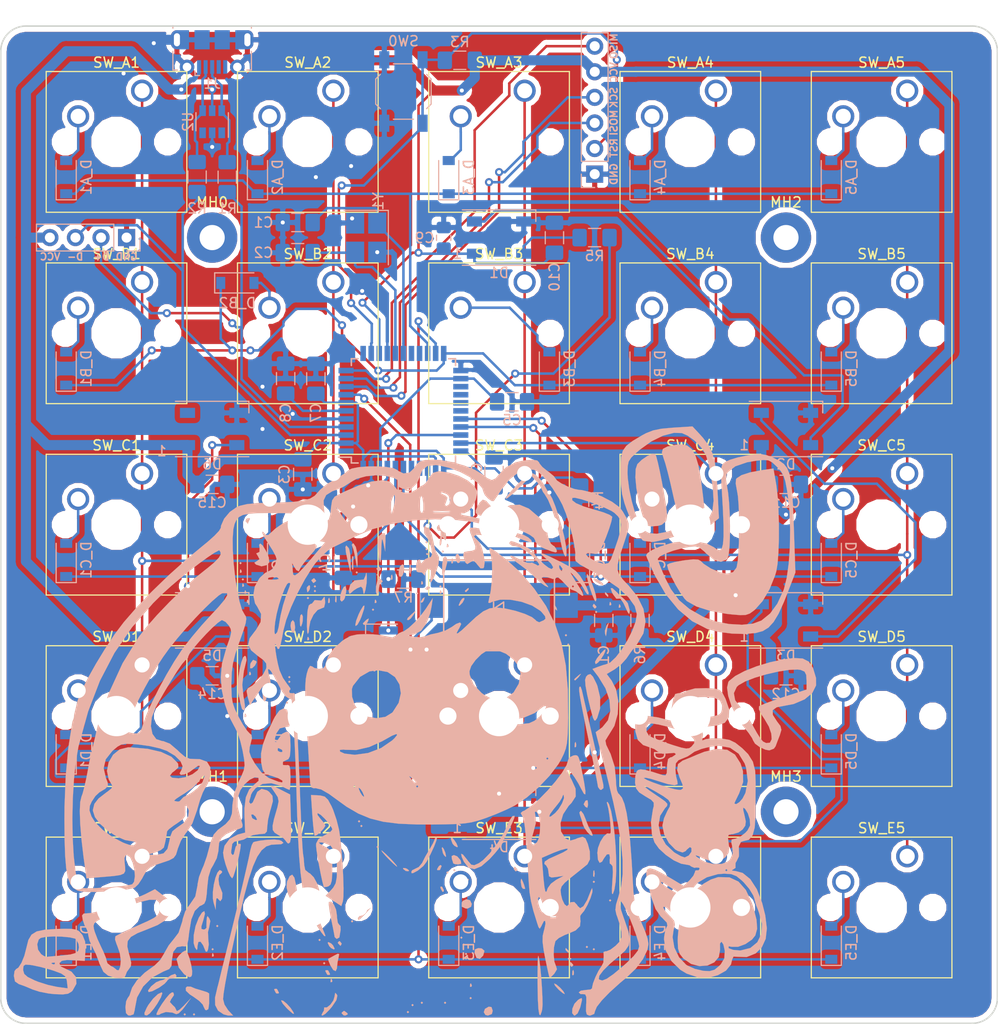
<source format=kicad_pcb>
(kicad_pcb (version 20171130) (host pcbnew "(5.0.0)")
  (layers (0 F.Cu signal) (31 B.Cu signal) (34 B.Paste user) (35 F.Paste user) (36 B.SilkS user) (37 F.SilkS user) (38 B.Mask user) (39 F.Mask user) (44 Edge.Cuts user))
  (net 0 "")
  (net 1 GND)
  (net 2 XTAL1)
  (net 3 XTAL2)
  (net 4 VCC)
  (net 5 "Net-(C8-Pad1)")
  (net 6 "Net-(D1-Pad2)")
  (net 7 "Net-(D1-Pad4)")
  (net 8 "Net-(D2-Pad2)")
  (net 9 "Net-(D3-Pad2)")
  (net 10 "Net-(D4-Pad2)")
  (net 11 "Net-(D5-Pad2)")
  (net 12 "Net-(D6-Pad2)")
  (net 13 RowA)
  (net 14 "Net-(D_A1-Pad2)")
  (net 15 "Net-(D_A2-Pad2)")
  (net 16 "Net-(D_A3-Pad2)")
  (net 17 "Net-(D_A4-Pad2)")
  (net 18 "Net-(D_A5-Pad2)")
  (net 19 RowB)
  (net 20 "Net-(D_B1-Pad2)")
  (net 21 "Net-(D_B2-Pad2)")
  (net 22 "Net-(D_B3-Pad2)")
  (net 23 "Net-(D_B4-Pad2)")
  (net 24 "Net-(D_B5-Pad2)")
  (net 25 RowC)
  (net 26 "Net-(D_C1-Pad2)")
  (net 27 "Net-(D_C2-Pad2)")
  (net 28 "Net-(D_C3-Pad2)")
  (net 29 "Net-(D_C4-Pad2)")
  (net 30 "Net-(D_C5-Pad2)")
  (net 31 "Net-(D_D1-Pad2)")
  (net 32 RowD)
  (net 33 "Net-(D_D2-Pad2)")
  (net 34 "Net-(D_D3-Pad2)")
  (net 35 "Net-(D_D4-Pad2)")
  (net 36 "Net-(D_D5-Pad2)")
  (net 37 "Net-(D_E1-Pad2)")
  (net 38 RowE)
  (net 39 "Net-(D_E2-Pad2)")
  (net 40 "Net-(D_E3-Pad2)")
  (net 41 "Net-(D_E4-Pad2)")
  (net 42 "Net-(D_E5-Pad2)")
  (net 43 RST)
  (net 44 MOSI)
  (net 45 SCK)
  (net 46 MISO)
  (net 47 "Net-(J1-Pad2)")
  (net 48 "Net-(J1-Pad4)")
  (net 49 "Net-(J1-Pad3)")
  (net 50 D+)
  (net 51 D-)
  (net 52 "Net-(R4-Pad2)")
  (net 53 RGB)
  (net 54 Col1)
  (net 55 Col2)
  (net 56 Col3)
  (net 57 Col4)
  (net 58 Col5)
  (net 59 "Net-(U1-Pad1)")
  (net 60 "Net-(U1-Pad12)")
  (net 61 "Net-(U1-Pad18)")
  (net 62 "Net-(U1-Pad19)")
  (net 63 "Net-(U1-Pad25)")
  (net 64 "Net-(U1-Pad26)")
  (net 65 "Net-(U1-Pad27)")
  (net 66 "Net-(U1-Pad28)")
  (net 67 "Net-(U1-Pad37)")
  (net 68 "Net-(U1-Pad38)")
  (net 69 "Net-(U1-Pad42)")
  (net 70 "Net-(U2-Pad1)")
  (net 71 "Net-(U2-Pad3)")
  (net 72 "Net-(BZ1-Pad1)")
  (net 73 "Net-(BZ1-Pad2)")
  (net 74 SPEAKER)
  (module Capacitor_SMD:C_1206_3216Metric_Pad1.42x1.75mm_HandSolder (layer B.Cu) (at 78 48)
    (fp_text reference C1 (at -3.4 0) (layer B.SilkS) (effects (justify mirror)))
    (fp_text value 22pF)
    (pad 1 smd roundrect (at -1.4875 0) (size 1.425 1.75) (layers B.Cu B.Paste B.Mask) (roundrect_rratio 0.175439) (net 1 GND))
    (pad 2 smd roundrect (at 1.4875 0) (size 1.425 1.75) (layers B.Cu B.Paste B.Mask) (roundrect_rratio 0.175439) (net 2 XTAL1))
  )
  (module Capacitor_SMD:C_1206_3216Metric_Pad1.42x1.75mm_HandSolder (layer B.Cu) (at 78 51 180)
    (fp_text reference C2 (at 3.4 0 180) (layer B.SilkS) (effects (justify mirror)))
    (fp_text value 22pF)
    (pad 2 smd roundrect (at 1.4875 0 180) (size 1.425 1.75) (layers B.Cu B.Paste B.Mask) (roundrect_rratio 0.175439) (net 1 GND))
    (pad 1 smd roundrect (at -1.4875 0 180) (size 1.425 1.75) (layers B.Cu B.Paste B.Mask) (roundrect_rratio 0.175439) (net 3 XTAL2))
  )
  (module Capacitor_SMD:C_1206_3216Metric_Pad1.42x1.75mm_HandSolder (layer B.Cu) (at 78.5 73 270)
    (fp_text reference C3 (at 0 1.82 270) (layer B.SilkS) (effects (justify mirror)))
    (fp_text value 1uF)
    (pad 1 smd roundrect (at -1.4875 0 270) (size 1.425 1.75) (layers B.Cu B.Paste B.Mask) (roundrect_rratio 0.175439) (net 4 VCC))
    (pad 2 smd roundrect (at 1.4875 0 270) (size 1.425 1.75) (layers B.Cu B.Paste B.Mask) (roundrect_rratio 0.175439) (net 1 GND))
  )
  (module Capacitor_SMD:C_1206_3216Metric_Pad1.42x1.75mm_HandSolder (layer B.Cu) (at 82.55 81.788 270)
    (fp_text reference C4 (at 0 1.82 270) (layer B.SilkS) (effects (justify mirror)))
    (fp_text value 0.1uF)
    (pad 2 smd roundrect (at 1.4875 0 270) (size 1.425 1.75) (layers B.Cu B.Paste B.Mask) (roundrect_rratio 0.175439) (net 1 GND))
    (pad 1 smd roundrect (at -1.4875 0 270) (size 1.425 1.75) (layers B.Cu B.Paste B.Mask) (roundrect_rratio 0.175439) (net 4 VCC))
  )
  (module Capacitor_SMD:C_1206_3216Metric_Pad1.42x1.75mm_HandSolder (layer B.Cu) (at 99.2875 65.8)
    (fp_text reference C5 (at 0 1.82) (layer B.SilkS) (effects (justify mirror)))
    (fp_text value 0.1uF)
    (pad 2 smd roundrect (at 1.4875 0) (size 1.425 1.75) (layers B.Cu B.Paste B.Mask) (roundrect_rratio 0.175439) (net 1 GND))
    (pad 1 smd roundrect (at -1.4875 0) (size 1.425 1.75) (layers B.Cu B.Paste B.Mask) (roundrect_rratio 0.175439) (net 4 VCC))
  )
  (module Capacitor_SMD:C_1206_3216Metric_Pad1.42x1.75mm_HandSolder (layer B.Cu) (at 97.5 72.8125 90)
    (fp_text reference C6 (at 0.0125 -1.7 90) (layer B.SilkS) (effects (justify mirror)))
    (fp_text value 0.1uF)
    (pad 2 smd roundrect (at 1.4875 0 90) (size 1.425 1.75) (layers B.Cu B.Paste B.Mask) (roundrect_rratio 0.175439) (net 1 GND))
    (pad 1 smd roundrect (at -1.4875 0 90) (size 1.425 1.75) (layers B.Cu B.Paste B.Mask) (roundrect_rratio 0.175439) (net 4 VCC))
  )
  (module Capacitor_SMD:C_1206_3216Metric_Pad1.42x1.75mm_HandSolder (layer B.Cu) (at 79.8 63.5125 90)
    (fp_text reference C7 (at -3.3875 0 90) (layer B.SilkS) (effects (justify mirror)))
    (fp_text value 10uF)
    (pad 1 smd roundrect (at -1.4875 0 90) (size 1.425 1.75) (layers B.Cu B.Paste B.Mask) (roundrect_rratio 0.175439) (net 4 VCC))
    (pad 2 smd roundrect (at 1.4875 0 90) (size 1.425 1.75) (layers B.Cu B.Paste B.Mask) (roundrect_rratio 0.175439) (net 1 GND))
  )
  (module Capacitor_SMD:C_1206_3216Metric_Pad1.42x1.75mm_HandSolder (layer B.Cu) (at 76.8 63.5 90)
    (fp_text reference C8 (at -3.4 0 90) (layer B.SilkS) (effects (justify mirror)))
    (fp_text value 1uF)
    (pad 2 smd roundrect (at 1.4875 0 90) (size 1.425 1.75) (layers B.Cu B.Paste B.Mask) (roundrect_rratio 0.175439) (net 1 GND))
    (pad 1 smd roundrect (at -1.4875 0 90) (size 1.425 1.75) (layers B.Cu B.Paste B.Mask) (roundrect_rratio 0.175439) (net 5 "Net-(C8-Pad1)"))
  )
  (module Capacitor_SMD:C_0805_2012Metric_Pad1.15x1.40mm_HandSolder (layer B.Cu) (at 92.5 49.525 90)
    (fp_text reference C9 (at 0 -1.9 180) (layer B.SilkS) (effects (justify mirror)))
    (fp_text value 47uF)
    (pad 1 smd roundrect (at -1.025 0 90) (size 1.15 1.4) (layers B.Cu B.Paste B.Mask) (roundrect_rratio 0.217391) (net 4 VCC))
    (pad 2 smd roundrect (at 1.025 0 90) (size 1.15 1.4) (layers B.Cu B.Paste B.Mask) (roundrect_rratio 0.217391) (net 1 GND))
  )
  (module Capacitor_SMD:C_1206_3216Metric_Pad1.42x1.75mm_HandSolder (layer B.Cu) (at 103.5 49.5125 90)
    (fp_text reference C10 (at -3.9 0 90) (layer B.SilkS) (effects (justify mirror)))
    (fp_text value 0.1uF)
    (pad 1 smd roundrect (at -1.4875 0 90) (size 1.425 1.75) (layers B.Cu B.Paste B.Mask) (roundrect_rratio 0.175439) (net 4 VCC))
    (pad 2 smd roundrect (at 1.4875 0 90) (size 1.425 1.75) (layers B.Cu B.Paste B.Mask) (roundrect_rratio 0.175439) (net 1 GND))
  )
  (module Capacitor_SMD:C_1206_3216Metric_Pad1.42x1.75mm_HandSolder (layer B.Cu) (at 126.5 74)
    (fp_text reference C11 (at 0 1.8) (layer B.SilkS) (effects (justify mirror)))
    (fp_text value 0.1uF)
    (pad 1 smd roundrect (at -1.4875 0) (size 1.425 1.75) (layers B.Cu B.Paste B.Mask) (roundrect_rratio 0.175439) (net 4 VCC))
    (pad 2 smd roundrect (at 1.4875 0) (size 1.425 1.75) (layers B.Cu B.Paste B.Mask) (roundrect_rratio 0.175439) (net 1 GND))
  )
  (module Capacitor_SMD:C_1206_3216Metric_Pad1.42x1.75mm_HandSolder (layer B.Cu) (at 126.5 93)
    (fp_text reference C12 (at 0 1.8) (layer B.SilkS) (effects (justify mirror)))
    (fp_text value 0.1uF)
    (pad 1 smd roundrect (at -1.4875 0) (size 1.425 1.75) (layers B.Cu B.Paste B.Mask) (roundrect_rratio 0.175439) (net 4 VCC))
    (pad 2 smd roundrect (at 1.4875 0) (size 1.425 1.75) (layers B.Cu B.Paste B.Mask) (roundrect_rratio 0.175439) (net 1 GND))
  )
  (module Capacitor_SMD:C_1206_3216Metric_Pad1.42x1.75mm_HandSolder (layer B.Cu) (at 92.1 106.5 90)
    (fp_text reference C13 (at 0 -2.5) (layer B.SilkS) (effects (justify mirror)))
    (fp_text value 0.1uF)
    (pad 2 smd roundrect (at 1.4875 0 90) (size 1.425 1.75) (layers B.Cu B.Paste B.Mask) (roundrect_rratio 0.175439) (net 1 GND))
    (pad 1 smd roundrect (at -1.4875 0 90) (size 1.425 1.75) (layers B.Cu B.Paste B.Mask) (roundrect_rratio 0.175439) (net 4 VCC))
  )
  (module Capacitor_SMD:C_1206_3216Metric_Pad1.42x1.75mm_HandSolder (layer B.Cu) (at 69.5 93)
    (fp_text reference C14 (at 0 1.8) (layer B.SilkS) (effects (justify mirror)))
    (fp_text value 0.1uF)
    (pad 1 smd roundrect (at -1.4875 0) (size 1.425 1.75) (layers B.Cu B.Paste B.Mask) (roundrect_rratio 0.175439) (net 4 VCC))
    (pad 2 smd roundrect (at 1.4875 0) (size 1.425 1.75) (layers B.Cu B.Paste B.Mask) (roundrect_rratio 0.175439) (net 1 GND))
  )
  (module Capacitor_SMD:C_1206_3216Metric_Pad1.42x1.75mm_HandSolder (layer B.Cu) (at 69.5 74)
    (fp_text reference C15 (at 0 1.8) (layer B.SilkS) (effects (justify mirror)))
    (fp_text value 0.1uF)
    (pad 2 smd roundrect (at 1.4875 0) (size 1.425 1.75) (layers B.Cu B.Paste B.Mask) (roundrect_rratio 0.175439) (net 1 GND))
    (pad 1 smd roundrect (at -1.4875 0) (size 1.425 1.75) (layers B.Cu B.Paste B.Mask) (roundrect_rratio 0.175439) (net 4 VCC))
  )
  (module LED_SMD:LED_WS2812B_PLCC4_5.0x5.0mm_P3.2mm (layer B.Cu) (at 98 49.5)
    (fp_text reference D1 (at 0 3.5) (layer B.SilkS) (effects (justify mirror)))
    (fp_text value WS2812B)
    (fp_text user 1 (at -4.15 1.6) (layer B.SilkS) (effects (justify mirror)))
    (pad 1 smd rect (at -2.45 1.6) (size 1.5 1) (layers B.Cu B.Paste B.Mask) (net 4 VCC))
    (pad 2 smd rect (at -2.45 -1.6) (size 1.5 1) (layers B.Cu B.Paste B.Mask) (net 6 "Net-(D1-Pad2)"))
    (pad 4 smd rect (at 2.45 1.6) (size 1.5 1) (layers B.Cu B.Paste B.Mask) (net 7 "Net-(D1-Pad4)"))
    (pad 3 smd rect (at 2.45 -1.6) (size 1.5 1) (layers B.Cu B.Paste B.Mask) (net 1 GND))
  )
  (module LED_SMD:LED_WS2812B_PLCC4_5.0x5.0mm_P3.2mm (layer B.Cu) (at 126.5 68.5)
    (fp_text reference D2 (at 0 3.5) (layer B.SilkS) (effects (justify mirror)))
    (fp_text value WS2812B)
    (fp_text user 1 (at -4.15 1.6) (layer B.SilkS) (effects (justify mirror)))
    (pad 3 smd rect (at 2.45 -1.6) (size 1.5 1) (layers B.Cu B.Paste B.Mask) (net 1 GND))
    (pad 4 smd rect (at 2.45 1.6) (size 1.5 1) (layers B.Cu B.Paste B.Mask) (net 6 "Net-(D1-Pad2)"))
    (pad 2 smd rect (at -2.45 -1.6) (size 1.5 1) (layers B.Cu B.Paste B.Mask) (net 8 "Net-(D2-Pad2)"))
    (pad 1 smd rect (at -2.45 1.6) (size 1.5 1) (layers B.Cu B.Paste B.Mask) (net 4 VCC))
  )
  (module LED_SMD:LED_WS2812B_PLCC4_5.0x5.0mm_P3.2mm (layer B.Cu) (at 126.5 87.5)
    (fp_text reference D3 (at 0 3.5) (layer B.SilkS) (effects (justify mirror)))
    (fp_text value WS2812B)
    (fp_text user 1 (at -4.15 1.6) (layer B.SilkS) (effects (justify mirror)))
    (pad 3 smd rect (at 2.45 -1.6) (size 1.5 1) (layers B.Cu B.Paste B.Mask) (net 1 GND))
    (pad 4 smd rect (at 2.45 1.6) (size 1.5 1) (layers B.Cu B.Paste B.Mask) (net 8 "Net-(D2-Pad2)"))
    (pad 2 smd rect (at -2.45 -1.6) (size 1.5 1) (layers B.Cu B.Paste B.Mask) (net 9 "Net-(D3-Pad2)"))
    (pad 1 smd rect (at -2.45 1.6) (size 1.5 1) (layers B.Cu B.Paste B.Mask) (net 4 VCC))
  )
  (module LED_SMD:LED_WS2812B_PLCC4_5.0x5.0mm_P3.2mm (layer B.Cu) (at 98 106.5)
    (fp_text reference D4 (at 0 3.5) (layer B.SilkS) (effects (justify mirror)))
    (fp_text value WS2812B)
    (fp_text user 1 (at -4.15 1.6) (layer B.SilkS) (effects (justify mirror)))
    (pad 1 smd rect (at -2.45 1.6) (size 1.5 1) (layers B.Cu B.Paste B.Mask) (net 4 VCC))
    (pad 2 smd rect (at -2.45 -1.6) (size 1.5 1) (layers B.Cu B.Paste B.Mask) (net 10 "Net-(D4-Pad2)"))
    (pad 4 smd rect (at 2.45 1.6) (size 1.5 1) (layers B.Cu B.Paste B.Mask) (net 9 "Net-(D3-Pad2)"))
    (pad 3 smd rect (at 2.45 -1.6) (size 1.5 1) (layers B.Cu B.Paste B.Mask) (net 1 GND))
  )
  (module LED_SMD:LED_WS2812B_PLCC4_5.0x5.0mm_P3.2mm (layer B.Cu) (at 69.5 87.5)
    (fp_text reference D5 (at 0 3.5) (layer B.SilkS) (effects (justify mirror)))
    (fp_text value WS2812B)
    (fp_text user 1 (at -4.15 1.6) (layer B.SilkS) (effects (justify mirror)))
    (pad 3 smd rect (at 2.45 -1.6) (size 1.5 1) (layers B.Cu B.Paste B.Mask) (net 1 GND))
    (pad 4 smd rect (at 2.45 1.6) (size 1.5 1) (layers B.Cu B.Paste B.Mask) (net 10 "Net-(D4-Pad2)"))
    (pad 2 smd rect (at -2.45 -1.6) (size 1.5 1) (layers B.Cu B.Paste B.Mask) (net 11 "Net-(D5-Pad2)"))
    (pad 1 smd rect (at -2.45 1.6) (size 1.5 1) (layers B.Cu B.Paste B.Mask) (net 4 VCC))
  )
  (module LED_SMD:LED_WS2812B_PLCC4_5.0x5.0mm_P3.2mm (layer B.Cu) (at 69.5 68.5)
    (fp_text reference D6 (at 0 3.5) (layer B.SilkS) (effects (justify mirror)))
    (fp_text value WS2812B)
    (fp_text user 1 (at -5 2.2) (layer B.SilkS) (effects (justify mirror)))
    (pad 1 smd rect (at -2.45 1.6) (size 1.5 1) (layers B.Cu B.Paste B.Mask) (net 4 VCC))
    (pad 2 smd rect (at -2.45 -1.6) (size 1.5 1) (layers B.Cu B.Paste B.Mask) (net 12 "Net-(D6-Pad2)"))
    (pad 4 smd rect (at 2.45 1.6) (size 1.5 1) (layers B.Cu B.Paste B.Mask) (net 11 "Net-(D5-Pad2)"))
    (pad 3 smd rect (at 2.45 -1.6) (size 1.5 1) (layers B.Cu B.Paste B.Mask) (net 1 GND))
  )
  (module Diode_SMD:D_SOD-123 (layer B.Cu) (at 55 43.5 90)
    (fp_text reference D_A1 (at 0 2 90) (layer B.SilkS) (effects (justify mirror)))
    (fp_text value D)
    (pad 1 smd rect (at -1.65 0 90) (size 0.9 1.2) (layers B.Cu B.Paste B.Mask) (net 13 RowA))
    (pad 2 smd rect (at 1.65 0 90) (size 0.9 1.2) (layers B.Cu B.Paste B.Mask) (net 14 "Net-(D_A1-Pad2)"))
  )
  (module Diode_SMD:D_SOD-123 (layer B.Cu) (at 74 43.5 90)
    (fp_text reference D_A2 (at 0 2 90) (layer B.SilkS) (effects (justify mirror)))
    (fp_text value D)
    (pad 1 smd rect (at -1.65 0 90) (size 0.9 1.2) (layers B.Cu B.Paste B.Mask) (net 13 RowA))
    (pad 2 smd rect (at 1.65 0 90) (size 0.9 1.2) (layers B.Cu B.Paste B.Mask) (net 15 "Net-(D_A2-Pad2)"))
  )
  (module Diode_SMD:D_SOD-123 (layer B.Cu) (at 93 43.5 90)
    (fp_text reference D_A3 (at 0 2 90) (layer B.SilkS) (effects (justify mirror)))
    (fp_text value D)
    (pad 1 smd rect (at -1.65 0 90) (size 0.9 1.2) (layers B.Cu B.Paste B.Mask) (net 13 RowA))
    (pad 2 smd rect (at 1.65 0 90) (size 0.9 1.2) (layers B.Cu B.Paste B.Mask) (net 16 "Net-(D_A3-Pad2)"))
  )
  (module Diode_SMD:D_SOD-123 (layer B.Cu) (at 112 43.5 90)
    (fp_text reference D_A4 (at 0 2 90) (layer B.SilkS) (effects (justify mirror)))
    (fp_text value D)
    (pad 1 smd rect (at -1.65 0 90) (size 0.9 1.2) (layers B.Cu B.Paste B.Mask) (net 13 RowA))
    (pad 2 smd rect (at 1.65 0 90) (size 0.9 1.2) (layers B.Cu B.Paste B.Mask) (net 17 "Net-(D_A4-Pad2)"))
  )
  (module Diode_SMD:D_SOD-123 (layer B.Cu) (at 131 43.5 90)
    (fp_text reference D_A5 (at 0 2 90) (layer B.SilkS) (effects (justify mirror)))
    (fp_text value D)
    (pad 1 smd rect (at -1.65 0 90) (size 0.9 1.2) (layers B.Cu B.Paste B.Mask) (net 13 RowA))
    (pad 2 smd rect (at 1.65 0 90) (size 0.9 1.2) (layers B.Cu B.Paste B.Mask) (net 18 "Net-(D_A5-Pad2)"))
  )
  (module Diode_SMD:D_SOD-123 (layer B.Cu) (at 55 62.5 90)
    (fp_text reference D_B1 (at 0 2 90) (layer B.SilkS) (effects (justify mirror)))
    (fp_text value D)
    (pad 1 smd rect (at -1.65 0 90) (size 0.9 1.2) (layers B.Cu B.Paste B.Mask) (net 19 RowB))
    (pad 2 smd rect (at 1.65 0 90) (size 0.9 1.2) (layers B.Cu B.Paste B.Mask) (net 20 "Net-(D_B1-Pad2)"))
  )
  (module Diode_SMD:D_SOD-123 (layer B.Cu) (at 72 54)
    (fp_text reference D_B2 (at 0 2) (layer B.SilkS) (effects (justify mirror)))
    (fp_text value D)
    (pad 1 smd rect (at -1.65 0) (size 0.9 1.2) (layers B.Cu B.Paste B.Mask) (net 19 RowB))
    (pad 2 smd rect (at 1.65 0) (size 0.9 1.2) (layers B.Cu B.Paste B.Mask) (net 21 "Net-(D_B2-Pad2)"))
  )
  (module Diode_SMD:D_SOD-123 (layer B.Cu) (at 103 62.5 90)
    (fp_text reference D_B3 (at 0 2 90) (layer B.SilkS) (effects (justify mirror)))
    (fp_text value D)
    (pad 1 smd rect (at -1.65 0 90) (size 0.9 1.2) (layers B.Cu B.Paste B.Mask) (net 19 RowB))
    (pad 2 smd rect (at 1.65 0 90) (size 0.9 1.2) (layers B.Cu B.Paste B.Mask) (net 22 "Net-(D_B3-Pad2)"))
  )
  (module Diode_SMD:D_SOD-123 (layer B.Cu) (at 112 62.5 90)
    (fp_text reference D_B4 (at 0 2 90) (layer B.SilkS) (effects (justify mirror)))
    (fp_text value D)
    (pad 1 smd rect (at -1.65 0 90) (size 0.9 1.2) (layers B.Cu B.Paste B.Mask) (net 19 RowB))
    (pad 2 smd rect (at 1.65 0 90) (size 0.9 1.2) (layers B.Cu B.Paste B.Mask) (net 23 "Net-(D_B4-Pad2)"))
  )
  (module Diode_SMD:D_SOD-123 (layer B.Cu) (at 131 62.5 90)
    (fp_text reference D_B5 (at 0 2 90) (layer B.SilkS) (effects (justify mirror)))
    (fp_text value D)
    (pad 1 smd rect (at -1.65 0 90) (size 0.9 1.2) (layers B.Cu B.Paste B.Mask) (net 19 RowB))
    (pad 2 smd rect (at 1.65 0 90) (size 0.9 1.2) (layers B.Cu B.Paste B.Mask) (net 24 "Net-(D_B5-Pad2)"))
  )
  (module Diode_SMD:D_SOD-123 (layer B.Cu) (at 55 81.5 90)
    (fp_text reference D_C1 (at 0 2 90) (layer B.SilkS) (effects (justify mirror)))
    (fp_text value D)
    (pad 1 smd rect (at -1.65 0 90) (size 0.9 1.2) (layers B.Cu B.Paste B.Mask) (net 25 RowC))
    (pad 2 smd rect (at 1.65 0 90) (size 0.9 1.2) (layers B.Cu B.Paste B.Mask) (net 26 "Net-(D_C1-Pad2)"))
  )
  (module Diode_SMD:D_SOD-123 (layer B.Cu) (at 74 81.5 90)
    (fp_text reference D_C2 (at 0 2 90) (layer B.SilkS) (effects (justify mirror)))
    (fp_text value D)
    (pad 2 smd rect (at 1.65 0 90) (size 0.9 1.2) (layers B.Cu B.Paste B.Mask) (net 27 "Net-(D_C2-Pad2)"))
    (pad 1 smd rect (at -1.65 0 90) (size 0.9 1.2) (layers B.Cu B.Paste B.Mask) (net 25 RowC))
  )
  (module Diode_SMD:D_SOD-123 (layer B.Cu) (at 106 81.5 90)
    (fp_text reference D_C3 (at 0 2 90) (layer B.SilkS) (effects (justify mirror)))
    (fp_text value D)
    (pad 1 smd rect (at -1.65 0 90) (size 0.9 1.2) (layers B.Cu B.Paste B.Mask) (net 25 RowC))
    (pad 2 smd rect (at 1.65 0 90) (size 0.9 1.2) (layers B.Cu B.Paste B.Mask) (net 28 "Net-(D_C3-Pad2)"))
  )
  (module Diode_SMD:D_SOD-123 (layer B.Cu) (at 112 81.5 90)
    (fp_text reference D_C4 (at 0 2 90) (layer B.SilkS) (effects (justify mirror)))
    (fp_text value D)
    (pad 2 smd rect (at 1.65 0 90) (size 0.9 1.2) (layers B.Cu B.Paste B.Mask) (net 29 "Net-(D_C4-Pad2)"))
    (pad 1 smd rect (at -1.65 0 90) (size 0.9 1.2) (layers B.Cu B.Paste B.Mask) (net 25 RowC))
  )
  (module Diode_SMD:D_SOD-123 (layer B.Cu) (at 131 81.5 90)
    (fp_text reference D_C5 (at 0 2 90) (layer B.SilkS) (effects (justify mirror)))
    (fp_text value D)
    (pad 2 smd rect (at 1.65 0 90) (size 0.9 1.2) (layers B.Cu B.Paste B.Mask) (net 30 "Net-(D_C5-Pad2)"))
    (pad 1 smd rect (at -1.65 0 90) (size 0.9 1.2) (layers B.Cu B.Paste B.Mask) (net 25 RowC))
  )
  (module Diode_SMD:D_SOD-123 (layer B.Cu) (at 55 100.5 90)
    (fp_text reference D_D1 (at 0 2 90) (layer B.SilkS) (effects (justify mirror)))
    (fp_text value D)
    (pad 2 smd rect (at 1.65 0 90) (size 0.9 1.2) (layers B.Cu B.Paste B.Mask) (net 31 "Net-(D_D1-Pad2)"))
    (pad 1 smd rect (at -1.65 0 90) (size 0.9 1.2) (layers B.Cu B.Paste B.Mask) (net 32 RowD))
  )
  (module Diode_SMD:D_SOD-123 (layer B.Cu) (at 74 100.5 90)
    (fp_text reference D_D2 (at 0 2 90) (layer B.SilkS) (effects (justify mirror)))
    (fp_text value D)
    (pad 2 smd rect (at 1.65 0 90) (size 0.9 1.2) (layers B.Cu B.Paste B.Mask) (net 33 "Net-(D_D2-Pad2)"))
    (pad 1 smd rect (at -1.65 0 90) (size 0.9 1.2) (layers B.Cu B.Paste B.Mask) (net 32 RowD))
  )
  (module Diode_SMD:D_SOD-123 (layer B.Cu) (at 93 100.5 90)
    (fp_text reference D_D3 (at 0 2 90) (layer B.SilkS) (effects (justify mirror)))
    (fp_text value D)
    (pad 2 smd rect (at 1.65 0 90) (size 0.9 1.2) (layers B.Cu B.Paste B.Mask) (net 34 "Net-(D_D3-Pad2)"))
    (pad 1 smd rect (at -1.65 0 90) (size 0.9 1.2) (layers B.Cu B.Paste B.Mask) (net 32 RowD))
  )
  (module Diode_SMD:D_SOD-123 (layer B.Cu) (at 112 100.5 90)
    (fp_text reference D_D4 (at 0 2 90) (layer B.SilkS) (effects (justify mirror)))
    (fp_text value D)
    (pad 2 smd rect (at 1.65 0 90) (size 0.9 1.2) (layers B.Cu B.Paste B.Mask) (net 35 "Net-(D_D4-Pad2)"))
    (pad 1 smd rect (at -1.65 0 90) (size 0.9 1.2) (layers B.Cu B.Paste B.Mask) (net 32 RowD))
  )
  (module Diode_SMD:D_SOD-123 (layer B.Cu) (at 131 100.5 90)
    (fp_text reference D_D5 (at 0 2 90) (layer B.SilkS) (effects (justify mirror)))
    (fp_text value D)
    (pad 2 smd rect (at 1.65 0 90) (size 0.9 1.2) (layers B.Cu B.Paste B.Mask) (net 36 "Net-(D_D5-Pad2)"))
    (pad 1 smd rect (at -1.65 0 90) (size 0.9 1.2) (layers B.Cu B.Paste B.Mask) (net 32 RowD))
  )
  (module Diode_SMD:D_SOD-123 (layer B.Cu) (at 55 119.5 90)
    (fp_text reference D_E1 (at 0 2 90) (layer B.SilkS) (effects (justify mirror)))
    (fp_text value D)
    (pad 2 smd rect (at 1.65 0 90) (size 0.9 1.2) (layers B.Cu B.Paste B.Mask) (net 37 "Net-(D_E1-Pad2)"))
    (pad 1 smd rect (at -1.65 0 90) (size 0.9 1.2) (layers B.Cu B.Paste B.Mask) (net 38 RowE))
  )
  (module Diode_SMD:D_SOD-123 (layer B.Cu) (at 74 119.5 90)
    (fp_text reference D_E2 (at 0 2 90) (layer B.SilkS) (effects (justify mirror)))
    (fp_text value D)
    (pad 2 smd rect (at 1.65 0 90) (size 0.9 1.2) (layers B.Cu B.Paste B.Mask) (net 39 "Net-(D_E2-Pad2)"))
    (pad 1 smd rect (at -1.65 0 90) (size 0.9 1.2) (layers B.Cu B.Paste B.Mask) (net 38 RowE))
  )
  (module Diode_SMD:D_SOD-123 (layer B.Cu) (at 93 119.5 90)
    (fp_text reference D_E3 (at 0 2 90) (layer B.SilkS) (effects (justify mirror)))
    (fp_text value D)
    (pad 2 smd rect (at 1.65 0 90) (size 0.9 1.2) (layers B.Cu B.Paste B.Mask) (net 40 "Net-(D_E3-Pad2)"))
    (pad 1 smd rect (at -1.65 0 90) (size 0.9 1.2) (layers B.Cu B.Paste B.Mask) (net 38 RowE))
  )
  (module Diode_SMD:D_SOD-123 (layer B.Cu) (at 112 119.5 90)
    (fp_text reference D_E4 (at 0 2 90) (layer B.SilkS) (effects (justify mirror)))
    (fp_text value D)
    (pad 1 smd rect (at -1.65 0 90) (size 0.9 1.2) (layers B.Cu B.Paste B.Mask) (net 38 RowE))
    (pad 2 smd rect (at 1.65 0 90) (size 0.9 1.2) (layers B.Cu B.Paste B.Mask) (net 41 "Net-(D_E4-Pad2)"))
  )
  (module Diode_SMD:D_SOD-123 (layer B.Cu) (at 131 119.5 90)
    (fp_text reference D_E5 (at 0 2 90) (layer B.SilkS) (effects (justify mirror)))
    (fp_text value D)
    (pad 2 smd rect (at 1.65 0 90) (size 0.9 1.2) (layers B.Cu B.Paste B.Mask) (net 42 "Net-(D_E5-Pad2)"))
    (pad 1 smd rect (at -1.65 0 90) (size 0.9 1.2) (layers B.Cu B.Paste B.Mask) (net 38 RowE))
  )
  (module Connector_PinHeader_2.54mm:PinHeader_1x06_P2.54mm_Vertical (layer B.Cu) (at 107.5 43.2)
    (fp_text reference J0)
    (fp_text value Conn_01x06)
    (pad 1 thru_hole rect (at 0 0) (size 1.7 1.7) (drill 1) (layers *.Cu *.Mask) (net 1 GND))
    (pad 2 thru_hole oval (at 0 -2.54) (size 1.7 1.7) (drill 1) (layers *.Cu *.Mask) (net 43 RST))
    (pad 3 thru_hole oval (at 0 -5.08) (size 1.7 1.7) (drill 1) (layers *.Cu *.Mask) (net 44 MOSI))
    (pad 4 thru_hole oval (at 0 -7.62) (size 1.7 1.7) (drill 1) (layers *.Cu *.Mask) (net 45 SCK))
    (pad 5 thru_hole oval (at 0 -10.16) (size 1.7 1.7) (drill 1) (layers *.Cu *.Mask) (net 4 VCC))
    (pad 6 thru_hole oval (at 0 -12.7) (size 1.7 1.7) (drill 1) (layers *.Cu *.Mask) (net 46 MISO))
  )
  (module Connector_USB:USB_Micro-B_Molex-105017-0001 (layer B.Cu) (at 69.5 31.1)
    (fp_text reference J1 (at 0 3.1125) (layer B.SilkS) (effects (justify mirror)))
    (fp_text value USB_B_Micro)
    (pad 6 smd rect (at 1 -1.2375) (size 1.5 1.9) (layers B.Cu B.Paste B.Mask) (net 1 GND))
    (pad 6 thru_hole circle (at -2.5 1.4625) (size 1.45 1.45) (drill 0.85) (layers *.Cu *.Mask) (net 1 GND))
    (pad 2 smd rect (at -0.65 1.4625) (size 0.4 1.35) (layers B.Cu B.Paste B.Mask) (net 47 "Net-(J1-Pad2)"))
    (pad 1 smd rect (at -1.3 1.4625) (size 0.4 1.35) (layers B.Cu B.Paste B.Mask) (net 4 VCC))
    (pad 5 smd rect (at 1.3 1.4625) (size 0.4 1.35) (layers B.Cu B.Paste B.Mask) (net 1 GND))
    (pad 4 smd rect (at 0.65 1.4625) (size 0.4 1.35) (layers B.Cu B.Paste B.Mask) (net 48 "Net-(J1-Pad4)"))
    (pad 3 smd rect (at 0 1.4625) (size 0.4 1.35) (layers B.Cu B.Paste B.Mask) (net 49 "Net-(J1-Pad3)"))
    (pad 6 thru_hole circle (at 2.5 1.4625) (size 1.45 1.45) (drill 0.85) (layers *.Cu *.Mask) (net 1 GND))
    (pad 6 smd rect (at -1 -1.2375) (size 1.5 1.9) (layers B.Cu B.Paste B.Mask) (net 1 GND))
    (pad 6 thru_hole oval (at -3.5 -1.2375 180) (size 1.2 1.9) (drill oval 0.6 1.3) (layers *.Cu *.Mask) (net 1 GND))
    (pad 6 thru_hole oval (at 3.5 -1.2375) (size 1.2 1.9) (drill oval 0.6 1.3) (layers *.Cu *.Mask) (net 1 GND))
    (pad 6 smd rect (at 2.9 -1.2375) (size 1.2 1.9) (layers B.Cu B.Mask) (net 1 GND))
    (pad 6 smd rect (at -2.9 -1.2375) (size 1.2 1.9) (layers B.Cu B.Mask) (net 1 GND))
  )
  (module Resistor_SMD:R_1206_3216Metric_Pad1.42x1.75mm_HandSolder (layer B.Cu) (at 71 43.5 90)
    (fp_text reference R1 (at -3.1 0 180) (layer B.SilkS) (effects (justify mirror)))
    (fp_text value 22)
    (pad 1 smd roundrect (at -1.4875 0 90) (size 1.425 1.75) (layers B.Cu B.Paste B.Mask) (roundrect_rratio 0.175439) (net 50 D+))
    (pad 2 smd roundrect (at 1.4875 0 90) (size 1.425 1.75) (layers B.Cu B.Paste B.Mask) (roundrect_rratio 0.175439) (net 49 "Net-(J1-Pad3)"))
  )
  (module Resistor_SMD:R_1206_3216Metric_Pad1.42x1.75mm_HandSolder (layer B.Cu) (at 68 43.4875 90)
    (fp_text reference R2 (at -3.1125 0) (layer B.SilkS) (effects (justify mirror)))
    (fp_text value 22)
    (pad 2 smd roundrect (at 1.4875 0 90) (size 1.425 1.75) (layers B.Cu B.Paste B.Mask) (roundrect_rratio 0.175439) (net 47 "Net-(J1-Pad2)"))
    (pad 1 smd roundrect (at -1.4875 0 90) (size 1.425 1.75) (layers B.Cu B.Paste B.Mask) (roundrect_rratio 0.175439) (net 51 D-))
  )
  (module Resistor_SMD:R_1206_3216Metric_Pad1.42x1.75mm_HandSolder (layer B.Cu) (at 94.1 31.9 180)
    (fp_text reference R3 (at 0 1.82 180) (layer B.SilkS) (effects (justify mirror)))
    (fp_text value 10K)
    (pad 2 smd roundrect (at 1.4875 0 180) (size 1.425 1.75) (layers B.Cu B.Paste B.Mask) (roundrect_rratio 0.175439) (net 43 RST))
    (pad 1 smd roundrect (at -1.4875 0 180) (size 1.425 1.75) (layers B.Cu B.Paste B.Mask) (roundrect_rratio 0.175439) (net 4 VCC))
  )
  (module Resistor_SMD:R_1206_3216Metric_Pad1.42x1.75mm_HandSolder (layer B.Cu) (at 106 75.5875 90)
    (fp_text reference R4 (at 0 1.82 90) (layer B.SilkS) (effects (justify mirror)))
    (fp_text value 10K)
    (pad 1 smd roundrect (at -1.4875 0 90) (size 1.425 1.75) (layers B.Cu B.Paste B.Mask) (roundrect_rratio 0.175439) (net 1 GND))
    (pad 2 smd roundrect (at 1.4875 0 90) (size 1.425 1.75) (layers B.Cu B.Paste B.Mask) (roundrect_rratio 0.175439) (net 52 "Net-(R4-Pad2)"))
  )
  (module Resistor_SMD:R_1206_3216Metric_Pad1.42x1.75mm_HandSolder (layer B.Cu) (at 107.4875 49.5)
    (fp_text reference R5 (at 0 1.82) (layer B.SilkS) (effects (justify mirror)))
    (fp_text value 470)
    (pad 1 smd roundrect (at -1.4875 0) (size 1.425 1.75) (layers B.Cu B.Paste B.Mask) (roundrect_rratio 0.175439) (net 7 "Net-(D1-Pad4)"))
    (pad 2 smd roundrect (at 1.4875 0) (size 1.425 1.75) (layers B.Cu B.Paste B.Mask) (roundrect_rratio 0.175439) (net 53 RGB))
  )
  (module Button_Switch_SMD:SW_SPST_TL3342 (layer B.Cu) (at 88.5 35 270)
    (fp_text reference SW0 (at -5 0) (layer B.SilkS) (effects (justify mirror)))
    (fp_text value SW_Push)
    (pad 1 smd rect (at -3.15 1.9 270) (size 1.7 1) (layers B.Cu B.Paste B.Mask) (net 1 GND))
    (pad 1 smd rect (at 3.15 1.9 270) (size 1.7 1) (layers B.Cu B.Paste B.Mask) (net 1 GND))
    (pad 2 smd rect (at -3.15 -1.9 270) (size 1.7 1) (layers B.Cu B.Paste B.Mask) (net 43 RST))
    (pad 2 smd rect (at 3.15 -1.9 270) (size 1.7 1) (layers B.Cu B.Paste B.Mask) (net 43 RST))
  )
  (module Button_Switch_Keyboard:SW_Cherry_MX1A_1.00u_PCB (layer F.Cu) (at 62.54 34.92)
    (fp_text reference SW_A1 (at -2.54 -2.794) (layer F.SilkS))
    (fp_text value SW_Push)
    (pad 1 thru_hole circle (at 0 0) (size 2.2 2.2) (drill 1.5) (layers *.Cu *.Mask) (net 54 Col1))
    (pad 2 thru_hole circle (at -6.35 2.54) (size 2.2 2.2) (drill 1.5) (layers *.Cu *.Mask) (net 14 "Net-(D_A1-Pad2)"))
    (pad "" np_thru_hole circle (at -2.54 5.08) (size 4 4) (drill 4) (layers *.Cu *.Mask))
    (pad "" np_thru_hole circle (at -7.62 5.08) (size 1.7 1.7) (drill 1.7) (layers *.Cu *.Mask))
    (pad "" np_thru_hole circle (at 2.54 5.08) (size 1.7 1.7) (drill 1.7) (layers *.Cu *.Mask))
  )
  (module Button_Switch_Keyboard:SW_Cherry_MX1A_1.00u_PCB (layer F.Cu) (at 81.54 34.92)
    (fp_text reference SW_A2 (at -2.54 -2.794) (layer F.SilkS))
    (fp_text value SW_Push)
    (pad "" np_thru_hole circle (at 2.54 5.08) (size 1.7 1.7) (drill 1.7) (layers *.Cu *.Mask))
    (pad "" np_thru_hole circle (at -7.62 5.08) (size 1.7 1.7) (drill 1.7) (layers *.Cu *.Mask))
    (pad "" np_thru_hole circle (at -2.54 5.08) (size 4 4) (drill 4) (layers *.Cu *.Mask))
    (pad 2 thru_hole circle (at -6.35 2.54) (size 2.2 2.2) (drill 1.5) (layers *.Cu *.Mask) (net 15 "Net-(D_A2-Pad2)"))
    (pad 1 thru_hole circle (at 0 0) (size 2.2 2.2) (drill 1.5) (layers *.Cu *.Mask) (net 55 Col2))
  )
  (module Button_Switch_Keyboard:SW_Cherry_MX1A_1.00u_PCB (layer F.Cu) (at 100.54 34.92)
    (fp_text reference SW_A3 (at -2.54 -2.794) (layer F.SilkS))
    (fp_text value SW_Push)
    (pad "" np_thru_hole circle (at 2.54 5.08) (size 1.7 1.7) (drill 1.7) (layers *.Cu *.Mask))
    (pad "" np_thru_hole circle (at -7.62 5.08) (size 1.7 1.7) (drill 1.7) (layers *.Cu *.Mask))
    (pad "" np_thru_hole circle (at -2.54 5.08) (size 4 4) (drill 4) (layers *.Cu *.Mask))
    (pad 2 thru_hole circle (at -6.35 2.54) (size 2.2 2.2) (drill 1.5) (layers *.Cu *.Mask) (net 16 "Net-(D_A3-Pad2)"))
    (pad 1 thru_hole circle (at 0 0) (size 2.2 2.2) (drill 1.5) (layers *.Cu *.Mask) (net 56 Col3))
  )
  (module Button_Switch_Keyboard:SW_Cherry_MX1A_1.00u_PCB (layer F.Cu) (at 119.54 34.92)
    (fp_text reference SW_A4 (at -2.54 -2.794) (layer F.SilkS))
    (fp_text value SW_Push)
    (pad "" np_thru_hole circle (at 2.54 5.08) (size 1.7 1.7) (drill 1.7) (layers *.Cu *.Mask))
    (pad "" np_thru_hole circle (at -7.62 5.08) (size 1.7 1.7) (drill 1.7) (layers *.Cu *.Mask))
    (pad "" np_thru_hole circle (at -2.54 5.08) (size 4 4) (drill 4) (layers *.Cu *.Mask))
    (pad 2 thru_hole circle (at -6.35 2.54) (size 2.2 2.2) (drill 1.5) (layers *.Cu *.Mask) (net 17 "Net-(D_A4-Pad2)"))
    (pad 1 thru_hole circle (at 0 0) (size 2.2 2.2) (drill 1.5) (layers *.Cu *.Mask) (net 57 Col4))
  )
  (module Button_Switch_Keyboard:SW_Cherry_MX1A_1.00u_PCB (layer F.Cu) (at 138.54 34.92)
    (fp_text reference SW_A5 (at -2.54 -2.794) (layer F.SilkS))
    (fp_text value SW_Push)
    (pad "" np_thru_hole circle (at 2.54 5.08) (size 1.7 1.7) (drill 1.7) (layers *.Cu *.Mask))
    (pad "" np_thru_hole circle (at -7.62 5.08) (size 1.7 1.7) (drill 1.7) (layers *.Cu *.Mask))
    (pad "" np_thru_hole circle (at -2.54 5.08) (size 4 4) (drill 4) (layers *.Cu *.Mask))
    (pad 2 thru_hole circle (at -6.35 2.54) (size 2.2 2.2) (drill 1.5) (layers *.Cu *.Mask) (net 18 "Net-(D_A5-Pad2)"))
    (pad 1 thru_hole circle (at 0 0) (size 2.2 2.2) (drill 1.5) (layers *.Cu *.Mask) (net 58 Col5))
  )
  (module Button_Switch_Keyboard:SW_Cherry_MX1A_1.00u_PCB (layer F.Cu) (at 62.54 53.92)
    (fp_text reference SW_B1 (at -2.54 -2.794) (layer F.SilkS))
    (fp_text value SW_Push)
    (pad "" np_thru_hole circle (at 2.54 5.08) (size 1.7 1.7) (drill 1.7) (layers *.Cu *.Mask))
    (pad "" np_thru_hole circle (at -7.62 5.08) (size 1.7 1.7) (drill 1.7) (layers *.Cu *.Mask))
    (pad "" np_thru_hole circle (at -2.54 5.08) (size 4 4) (drill 4) (layers *.Cu *.Mask))
    (pad 2 thru_hole circle (at -6.35 2.54) (size 2.2 2.2) (drill 1.5) (layers *.Cu *.Mask) (net 20 "Net-(D_B1-Pad2)"))
    (pad 1 thru_hole circle (at 0 0) (size 2.2 2.2) (drill 1.5) (layers *.Cu *.Mask) (net 54 Col1))
  )
  (module Button_Switch_Keyboard:SW_Cherry_MX1A_1.00u_PCB (layer F.Cu) (at 81.54 53.92)
    (fp_text reference SW_B2 (at -2.54 -2.794) (layer F.SilkS))
    (fp_text value SW_Push)
    (pad 1 thru_hole circle (at 0 0) (size 2.2 2.2) (drill 1.5) (layers *.Cu *.Mask) (net 55 Col2))
    (pad 2 thru_hole circle (at -6.35 2.54) (size 2.2 2.2) (drill 1.5) (layers *.Cu *.Mask) (net 21 "Net-(D_B2-Pad2)"))
    (pad "" np_thru_hole circle (at -2.54 5.08) (size 4 4) (drill 4) (layers *.Cu *.Mask))
    (pad "" np_thru_hole circle (at -7.62 5.08) (size 1.7 1.7) (drill 1.7) (layers *.Cu *.Mask))
    (pad "" np_thru_hole circle (at 2.54 5.08) (size 1.7 1.7) (drill 1.7) (layers *.Cu *.Mask))
  )
  (module Button_Switch_Keyboard:SW_Cherry_MX1A_1.00u_PCB (layer F.Cu) (at 100.54 53.92)
    (fp_text reference SW_B3 (at -2.54 -2.794) (layer F.SilkS))
    (fp_text value SW_Push)
    (pad "" np_thru_hole circle (at 2.54 5.08) (size 1.7 1.7) (drill 1.7) (layers *.Cu *.Mask))
    (pad "" np_thru_hole circle (at -7.62 5.08) (size 1.7 1.7) (drill 1.7) (layers *.Cu *.Mask))
    (pad "" np_thru_hole circle (at -2.54 5.08) (size 4 4) (drill 4) (layers *.Cu *.Mask))
    (pad 2 thru_hole circle (at -6.35 2.54) (size 2.2 2.2) (drill 1.5) (layers *.Cu *.Mask) (net 22 "Net-(D_B3-Pad2)"))
    (pad 1 thru_hole circle (at 0 0) (size 2.2 2.2) (drill 1.5) (layers *.Cu *.Mask) (net 56 Col3))
  )
  (module Button_Switch_Keyboard:SW_Cherry_MX1A_1.00u_PCB (layer F.Cu) (at 119.54 53.92)
    (fp_text reference SW_B4 (at -2.54 -2.794) (layer F.SilkS))
    (fp_text value SW_Push)
    (pad "" np_thru_hole circle (at 2.54 5.08) (size 1.7 1.7) (drill 1.7) (layers *.Cu *.Mask))
    (pad "" np_thru_hole circle (at -7.62 5.08) (size 1.7 1.7) (drill 1.7) (layers *.Cu *.Mask))
    (pad "" np_thru_hole circle (at -2.54 5.08) (size 4 4) (drill 4) (layers *.Cu *.Mask))
    (pad 2 thru_hole circle (at -6.35 2.54) (size 2.2 2.2) (drill 1.5) (layers *.Cu *.Mask) (net 23 "Net-(D_B4-Pad2)"))
    (pad 1 thru_hole circle (at 0 0) (size 2.2 2.2) (drill 1.5) (layers *.Cu *.Mask) (net 57 Col4))
  )
  (module Button_Switch_Keyboard:SW_Cherry_MX1A_1.00u_PCB (layer F.Cu) (at 138.54 53.92)
    (fp_text reference SW_B5 (at -2.54 -2.794) (layer F.SilkS))
    (fp_text value SW_Push)
    (pad "" np_thru_hole circle (at 2.54 5.08) (size 1.7 1.7) (drill 1.7) (layers *.Cu *.Mask))
    (pad "" np_thru_hole circle (at -7.62 5.08) (size 1.7 1.7) (drill 1.7) (layers *.Cu *.Mask))
    (pad "" np_thru_hole circle (at -2.54 5.08) (size 4 4) (drill 4) (layers *.Cu *.Mask))
    (pad 2 thru_hole circle (at -6.35 2.54) (size 2.2 2.2) (drill 1.5) (layers *.Cu *.Mask) (net 24 "Net-(D_B5-Pad2)"))
    (pad 1 thru_hole circle (at 0 0) (size 2.2 2.2) (drill 1.5) (layers *.Cu *.Mask) (net 58 Col5))
  )
  (module Button_Switch_Keyboard:SW_Cherry_MX1A_1.00u_PCB (layer F.Cu) (at 62.54 72.92)
    (fp_text reference SW_C1 (at -2.54 -2.794) (layer F.SilkS))
    (fp_text value SW_Push)
    (pad "" np_thru_hole circle (at 2.54 5.08) (size 1.7 1.7) (drill 1.7) (layers *.Cu *.Mask))
    (pad "" np_thru_hole circle (at -7.62 5.08) (size 1.7 1.7) (drill 1.7) (layers *.Cu *.Mask))
    (pad "" np_thru_hole circle (at -2.54 5.08) (size 4 4) (drill 4) (layers *.Cu *.Mask))
    (pad 2 thru_hole circle (at -6.35 2.54) (size 2.2 2.2) (drill 1.5) (layers *.Cu *.Mask) (net 26 "Net-(D_C1-Pad2)"))
    (pad 1 thru_hole circle (at 0 0) (size 2.2 2.2) (drill 1.5) (layers *.Cu *.Mask) (net 54 Col1))
  )
  (module Button_Switch_Keyboard:SW_Cherry_MX1A_1.00u_PCB (layer F.Cu) (at 81.54 72.92)
    (fp_text reference SW_C2 (at -2.54 -2.794) (layer F.SilkS))
    (fp_text value SW_Push)
    (pad "" np_thru_hole circle (at 2.54 5.08) (size 1.7 1.7) (drill 1.7) (layers *.Cu *.Mask))
    (pad "" np_thru_hole circle (at -7.62 5.08) (size 1.7 1.7) (drill 1.7) (layers *.Cu *.Mask))
    (pad "" np_thru_hole circle (at -2.54 5.08) (size 4 4) (drill 4) (layers *.Cu *.Mask))
    (pad 2 thru_hole circle (at -6.35 2.54) (size 2.2 2.2) (drill 1.5) (layers *.Cu *.Mask) (net 27 "Net-(D_C2-Pad2)"))
    (pad 1 thru_hole circle (at 0 0) (size 2.2 2.2) (drill 1.5) (layers *.Cu *.Mask) (net 55 Col2))
  )
  (module Button_Switch_Keyboard:SW_Cherry_MX1A_1.00u_PCB (layer F.Cu) (at 100.54 72.92)
    (fp_text reference SW_C3 (at -2.54 -2.794) (layer F.SilkS))
    (fp_text value SW_Push)
    (pad "" np_thru_hole circle (at 2.54 5.08) (size 1.7 1.7) (drill 1.7) (layers *.Cu *.Mask))
    (pad "" np_thru_hole circle (at -7.62 5.08) (size 1.7 1.7) (drill 1.7) (layers *.Cu *.Mask))
    (pad "" np_thru_hole circle (at -2.54 5.08) (size 4 4) (drill 4) (layers *.Cu *.Mask))
    (pad 2 thru_hole circle (at -6.35 2.54) (size 2.2 2.2) (drill 1.5) (layers *.Cu *.Mask) (net 28 "Net-(D_C3-Pad2)"))
    (pad 1 thru_hole circle (at 0 0) (size 2.2 2.2) (drill 1.5) (layers *.Cu *.Mask) (net 56 Col3))
  )
  (module Button_Switch_Keyboard:SW_Cherry_MX1A_1.00u_PCB (layer F.Cu) (at 119.540001 72.92)
    (fp_text reference SW_C4 (at -2.54 -2.794) (layer F.SilkS))
    (fp_text value SW_Push)
    (pad 1 thru_hole circle (at 0 0) (size 2.2 2.2) (drill 1.5) (layers *.Cu *.Mask) (net 57 Col4))
    (pad 2 thru_hole circle (at -6.35 2.54) (size 2.2 2.2) (drill 1.5) (layers *.Cu *.Mask) (net 29 "Net-(D_C4-Pad2)"))
    (pad "" np_thru_hole circle (at -2.54 5.08) (size 4 4) (drill 4) (layers *.Cu *.Mask))
    (pad "" np_thru_hole circle (at -7.62 5.08) (size 1.7 1.7) (drill 1.7) (layers *.Cu *.Mask))
    (pad "" np_thru_hole circle (at 2.54 5.08) (size 1.7 1.7) (drill 1.7) (layers *.Cu *.Mask))
  )
  (module Button_Switch_Keyboard:SW_Cherry_MX1A_1.00u_PCB (layer F.Cu) (at 138.54 72.92)
    (fp_text reference SW_C5 (at -2.54 -2.794) (layer F.SilkS))
    (fp_text value SW_Push)
    (pad 1 thru_hole circle (at 0 0) (size 2.2 2.2) (drill 1.5) (layers *.Cu *.Mask) (net 58 Col5))
    (pad 2 thru_hole circle (at -6.35 2.54) (size 2.2 2.2) (drill 1.5) (layers *.Cu *.Mask) (net 30 "Net-(D_C5-Pad2)"))
    (pad "" np_thru_hole circle (at -2.54 5.08) (size 4 4) (drill 4) (layers *.Cu *.Mask))
    (pad "" np_thru_hole circle (at -7.62 5.08) (size 1.7 1.7) (drill 1.7) (layers *.Cu *.Mask))
    (pad "" np_thru_hole circle (at 2.54 5.08) (size 1.7 1.7) (drill 1.7) (layers *.Cu *.Mask))
  )
  (module Button_Switch_Keyboard:SW_Cherry_MX1A_1.00u_PCB (layer F.Cu) (at 62.54 91.92)
    (fp_text reference SW_D1 (at -2.54 -2.794) (layer F.SilkS))
    (fp_text value SW_Push)
    (pad 1 thru_hole circle (at 0 0) (size 2.2 2.2) (drill 1.5) (layers *.Cu *.Mask) (net 54 Col1))
    (pad 2 thru_hole circle (at -6.35 2.54) (size 2.2 2.2) (drill 1.5) (layers *.Cu *.Mask) (net 31 "Net-(D_D1-Pad2)"))
    (pad "" np_thru_hole circle (at -2.54 5.08) (size 4 4) (drill 4) (layers *.Cu *.Mask))
    (pad "" np_thru_hole circle (at -7.62 5.08) (size 1.7 1.7) (drill 1.7) (layers *.Cu *.Mask))
    (pad "" np_thru_hole circle (at 2.54 5.08) (size 1.7 1.7) (drill 1.7) (layers *.Cu *.Mask))
  )
  (module Button_Switch_Keyboard:SW_Cherry_MX1A_1.00u_PCB (layer F.Cu) (at 81.54 91.92)
    (fp_text reference SW_D2 (at -2.54 -2.794) (layer F.SilkS))
    (fp_text value SW_Push)
    (pad 1 thru_hole circle (at 0 0) (size 2.2 2.2) (drill 1.5) (layers *.Cu *.Mask) (net 55 Col2))
    (pad 2 thru_hole circle (at -6.35 2.54) (size 2.2 2.2) (drill 1.5) (layers *.Cu *.Mask) (net 33 "Net-(D_D2-Pad2)"))
    (pad "" np_thru_hole circle (at -2.54 5.08) (size 4 4) (drill 4) (layers *.Cu *.Mask))
    (pad "" np_thru_hole circle (at -7.62 5.08) (size 1.7 1.7) (drill 1.7) (layers *.Cu *.Mask))
    (pad "" np_thru_hole circle (at 2.54 5.08) (size 1.7 1.7) (drill 1.7) (layers *.Cu *.Mask))
  )
  (module Button_Switch_Keyboard:SW_Cherry_MX1A_1.00u_PCB (layer F.Cu) (at 100.54 91.92)
    (fp_text reference SW_D3 (at -2.54 -2.794) (layer F.SilkS))
    (fp_text value SW_Push)
    (pad 1 thru_hole circle (at 0 0) (size 2.2 2.2) (drill 1.5) (layers *.Cu *.Mask) (net 56 Col3))
    (pad 2 thru_hole circle (at -6.35 2.54) (size 2.2 2.2) (drill 1.5) (layers *.Cu *.Mask) (net 34 "Net-(D_D3-Pad2)"))
    (pad "" np_thru_hole circle (at -2.54 5.08) (size 4 4) (drill 4) (layers *.Cu *.Mask))
    (pad "" np_thru_hole circle (at -7.62 5.08) (size 1.7 1.7) (drill 1.7) (layers *.Cu *.Mask))
    (pad "" np_thru_hole circle (at 2.54 5.08) (size 1.7 1.7) (drill 1.7) (layers *.Cu *.Mask))
  )
  (module Button_Switch_Keyboard:SW_Cherry_MX1A_1.00u_PCB (layer F.Cu) (at 119.54 91.92)
    (fp_text reference SW_D4 (at -2.54 -2.794) (layer F.SilkS))
    (fp_text value SW_Push)
    (pad 1 thru_hole circle (at 0 0) (size 2.2 2.2) (drill 1.5) (layers *.Cu *.Mask) (net 57 Col4))
    (pad 2 thru_hole circle (at -6.35 2.54) (size 2.2 2.2) (drill 1.5) (layers *.Cu *.Mask) (net 35 "Net-(D_D4-Pad2)"))
    (pad "" np_thru_hole circle (at -2.54 5.08) (size 4 4) (drill 4) (layers *.Cu *.Mask))
    (pad "" np_thru_hole circle (at -7.62 5.08) (size 1.7 1.7) (drill 1.7) (layers *.Cu *.Mask))
    (pad "" np_thru_hole circle (at 2.54 5.08) (size 1.7 1.7) (drill 1.7) (layers *.Cu *.Mask))
  )
  (module Button_Switch_Keyboard:SW_Cherry_MX1A_1.00u_PCB (layer F.Cu) (at 138.54 91.92)
    (fp_text reference SW_D5 (at -2.54 -2.794) (layer F.SilkS))
    (fp_text value SW_Push)
    (pad 1 thru_hole circle (at 0 0) (size 2.2 2.2) (drill 1.5) (layers *.Cu *.Mask) (net 58 Col5))
    (pad 2 thru_hole circle (at -6.35 2.54) (size 2.2 2.2) (drill 1.5) (layers *.Cu *.Mask) (net 36 "Net-(D_D5-Pad2)"))
    (pad "" np_thru_hole circle (at -2.54 5.08) (size 4 4) (drill 4) (layers *.Cu *.Mask))
    (pad "" np_thru_hole circle (at -7.62 5.08) (size 1.7 1.7) (drill 1.7) (layers *.Cu *.Mask))
    (pad "" np_thru_hole circle (at 2.54 5.08) (size 1.7 1.7) (drill 1.7) (layers *.Cu *.Mask))
  )
  (module Button_Switch_Keyboard:SW_Cherry_MX1A_1.00u_PCB (layer F.Cu) (at 62.54 110.92)
    (fp_text reference SW_E1 (at -2.54 -2.794) (layer F.SilkS))
    (fp_text value SW_Push)
    (pad 1 thru_hole circle (at 0 0) (size 2.2 2.2) (drill 1.5) (layers *.Cu *.Mask) (net 54 Col1))
    (pad 2 thru_hole circle (at -6.35 2.54) (size 2.2 2.2) (drill 1.5) (layers *.Cu *.Mask) (net 37 "Net-(D_E1-Pad2)"))
    (pad "" np_thru_hole circle (at -2.54 5.08) (size 4 4) (drill 4) (layers *.Cu *.Mask))
    (pad "" np_thru_hole circle (at -7.62 5.08) (size 1.7 1.7) (drill 1.7) (layers *.Cu *.Mask))
    (pad "" np_thru_hole circle (at 2.54 5.08) (size 1.7 1.7) (drill 1.7) (layers *.Cu *.Mask))
  )
  (module Button_Switch_Keyboard:SW_Cherry_MX1A_1.00u_PCB (layer F.Cu) (at 81.54 110.92)
    (fp_text reference SW_E2 (at -2.54 -2.794) (layer F.SilkS))
    (fp_text value SW_Push)
    (pad 1 thru_hole circle (at 0 0) (size 2.2 2.2) (drill 1.5) (layers *.Cu *.Mask) (net 55 Col2))
    (pad 2 thru_hole circle (at -6.35 2.54) (size 2.2 2.2) (drill 1.5) (layers *.Cu *.Mask) (net 39 "Net-(D_E2-Pad2)"))
    (pad "" np_thru_hole circle (at -2.54 5.08) (size 4 4) (drill 4) (layers *.Cu *.Mask))
    (pad "" np_thru_hole circle (at -7.62 5.08) (size 1.7 1.7) (drill 1.7) (layers *.Cu *.Mask))
    (pad "" np_thru_hole circle (at 2.54 5.08) (size 1.7 1.7) (drill 1.7) (layers *.Cu *.Mask))
  )
  (module Button_Switch_Keyboard:SW_Cherry_MX1A_1.00u_PCB (layer F.Cu) (at 100.54 110.92)
    (fp_text reference SW_E3 (at -2.54 -2.794) (layer F.SilkS))
    (fp_text value SW_Push)
    (pad 1 thru_hole circle (at 0 0) (size 2.2 2.2) (drill 1.5) (layers *.Cu *.Mask) (net 56 Col3))
    (pad 2 thru_hole circle (at -6.35 2.54) (size 2.2 2.2) (drill 1.5) (layers *.Cu *.Mask) (net 40 "Net-(D_E3-Pad2)"))
    (pad "" np_thru_hole circle (at -2.54 5.08) (size 4 4) (drill 4) (layers *.Cu *.Mask))
    (pad "" np_thru_hole circle (at -7.62 5.08) (size 1.7 1.7) (drill 1.7) (layers *.Cu *.Mask))
    (pad "" np_thru_hole circle (at 2.54 5.08) (size 1.7 1.7) (drill 1.7) (layers *.Cu *.Mask))
  )
  (module Button_Switch_Keyboard:SW_Cherry_MX1A_1.00u_PCB (layer F.Cu) (at 119.54 110.92)
    (fp_text reference SW_E4 (at -2.54 -2.794) (layer F.SilkS))
    (fp_text value SW_Push)
    (pad "" np_thru_hole circle (at 2.54 5.08) (size 1.7 1.7) (drill 1.7) (layers *.Cu *.Mask))
    (pad "" np_thru_hole circle (at -7.62 5.08) (size 1.7 1.7) (drill 1.7) (layers *.Cu *.Mask))
    (pad "" np_thru_hole circle (at -2.54 5.08) (size 4 4) (drill 4) (layers *.Cu *.Mask))
    (pad 2 thru_hole circle (at -6.35 2.54) (size 2.2 2.2) (drill 1.5) (layers *.Cu *.Mask) (net 41 "Net-(D_E4-Pad2)"))
    (pad 1 thru_hole circle (at 0 0) (size 2.2 2.2) (drill 1.5) (layers *.Cu *.Mask) (net 57 Col4))
  )
  (module Button_Switch_Keyboard:SW_Cherry_MX1A_1.00u_PCB (layer F.Cu) (at 138.54 110.92)
    (fp_text reference SW_E5 (at -2.54 -2.794) (layer F.SilkS))
    (fp_text value SW_Push)
    (pad 1 thru_hole circle (at 0 0) (size 2.2 2.2) (drill 1.5) (layers *.Cu *.Mask) (net 58 Col5))
    (pad 2 thru_hole circle (at -6.35 2.54) (size 2.2 2.2) (drill 1.5) (layers *.Cu *.Mask) (net 42 "Net-(D_E5-Pad2)"))
    (pad "" np_thru_hole circle (at -2.54 5.08) (size 4 4) (drill 4) (layers *.Cu *.Mask))
    (pad "" np_thru_hole circle (at -7.62 5.08) (size 1.7 1.7) (drill 1.7) (layers *.Cu *.Mask))
    (pad "" np_thru_hole circle (at 2.54 5.08) (size 1.7 1.7) (drill 1.7) (layers *.Cu *.Mask))
  )
  (module Package_QFP:TQFP-44_10x10mm_P0.8mm (layer B.Cu) (at 88.5 66.7)
    (fp_text reference U1 (at 0 7.45) (layer B.SilkS) (effects (justify mirror)))
    (fp_text value ATmega32U4-AU)
    (pad 1 smd rect (at -5.7 4) (size 1.5 0.55) (layers B.Cu B.Paste B.Mask) (net 59 "Net-(U1-Pad1)"))
    (pad 2 smd rect (at -5.7 3.2) (size 1.5 0.55) (layers B.Cu B.Paste B.Mask) (net 4 VCC))
    (pad 3 smd rect (at -5.7 2.4) (size 1.5 0.55) (layers B.Cu B.Paste B.Mask) (net 51 D-))
    (pad 4 smd rect (at -5.7 1.6) (size 1.5 0.55) (layers B.Cu B.Paste B.Mask) (net 50 D+))
    (pad 5 smd rect (at -5.7 0.8) (size 1.5 0.55) (layers B.Cu B.Paste B.Mask) (net 1 GND))
    (pad 6 smd rect (at -5.7 0) (size 1.5 0.55) (layers B.Cu B.Paste B.Mask) (net 5 "Net-(C8-Pad1)"))
    (pad 7 smd rect (at -5.7 -0.8) (size 1.5 0.55) (layers B.Cu B.Paste B.Mask) (net 4 VCC))
    (pad 8 smd rect (at -5.7 -1.6) (size 1.5 0.55) (layers B.Cu B.Paste B.Mask) (net 56 Col3))
    (pad 9 smd rect (at -5.7 -2.4) (size 1.5 0.55) (layers B.Cu B.Paste B.Mask) (net 45 SCK))
    (pad 10 smd rect (at -5.7 -3.2) (size 1.5 0.55) (layers B.Cu B.Paste B.Mask) (net 44 MOSI))
    (pad 11 smd rect (at -5.7 -4) (size 1.5 0.55) (layers B.Cu B.Paste B.Mask) (net 46 MISO))
    (pad 12 smd rect (at -4 -5.7 270) (size 1.5 0.55) (layers B.Cu B.Paste B.Mask) (net 60 "Net-(U1-Pad12)"))
    (pad 13 smd rect (at -3.2 -5.7 270) (size 1.5 0.55) (layers B.Cu B.Paste B.Mask) (net 43 RST))
    (pad 14 smd rect (at -2.4 -5.7 270) (size 1.5 0.55) (layers B.Cu B.Paste B.Mask) (net 4 VCC))
    (pad 15 smd rect (at -1.6 -5.7 270) (size 1.5 0.55) (layers B.Cu B.Paste B.Mask) (net 1 GND))
    (pad 16 smd rect (at -0.8 -5.7 270) (size 1.5 0.55) (layers B.Cu B.Paste B.Mask) (net 3 XTAL2))
    (pad 17 smd rect (at 0 -5.7 270) (size 1.5 0.55) (layers B.Cu B.Paste B.Mask) (net 2 XTAL1))
    (pad 18 smd rect (at 0.8 -5.7 270) (size 1.5 0.55) (layers B.Cu B.Paste B.Mask) (net 61 "Net-(U1-Pad18)"))
    (pad 19 smd rect (at 1.6 -5.7 270) (size 1.5 0.55) (layers B.Cu B.Paste B.Mask) (net 62 "Net-(U1-Pad19)"))
    (pad 20 smd rect (at 2.4 -5.7 270) (size 1.5 0.55) (layers B.Cu B.Paste B.Mask) (net 13 RowA))
    (pad 21 smd rect (at 3.2 -5.7 270) (size 1.5 0.55) (layers B.Cu B.Paste B.Mask) (net 38 RowE))
    (pad 22 smd rect (at 4 -5.7 270) (size 1.5 0.55) (layers B.Cu B.Paste B.Mask) (net 19 RowB))
    (pad 23 smd rect (at 5.7 -4) (size 1.5 0.55) (layers B.Cu B.Paste B.Mask) (net 1 GND))
    (pad 24 smd rect (at 5.7 -3.2) (size 1.5 0.55) (layers B.Cu B.Paste B.Mask) (net 4 VCC))
    (pad 25 smd rect (at 5.7 -2.4) (size 1.5 0.55) (layers B.Cu B.Paste B.Mask) (net 63 "Net-(U1-Pad25)"))
    (pad 26 smd rect (at 5.7 -1.6) (size 1.5 0.55) (layers B.Cu B.Paste B.Mask) (net 64 "Net-(U1-Pad26)"))
    (pad 27 smd rect (at 5.7 -0.8) (size 1.5 0.55) (layers B.Cu B.Paste B.Mask) (net 65 "Net-(U1-Pad27)"))
    (pad 28 smd rect (at 5.7 0) (size 1.5 0.55) (layers B.Cu B.Paste B.Mask) (net 66 "Net-(U1-Pad28)"))
    (pad 29 smd rect (at 5.7 0.8) (size 1.5 0.55) (layers B.Cu B.Paste B.Mask) (net 25 RowC))
    (pad 30 smd rect (at 5.7 1.6) (size 1.5 0.55) (layers B.Cu B.Paste B.Mask) (net 32 RowD))
    (pad 31 smd rect (at 5.7 2.4) (size 1.5 0.55) (layers B.Cu B.Paste B.Mask) (net 74 SPEAKER))
    (pad 32 smd rect (at 5.7 3.2) (size 1.5 0.55) (layers B.Cu B.Paste B.Mask) (net 57 Col4))
    (pad 33 smd rect (at 5.7 4) (size 1.5 0.55) (layers B.Cu B.Paste B.Mask) (net 52 "Net-(R4-Pad2)"))
    (pad 34 smd rect (at 4 5.7 270) (size 1.5 0.55) (layers B.Cu B.Paste B.Mask) (net 4 VCC))
    (pad 35 smd rect (at 3.2 5.7 270) (size 1.5 0.55) (layers B.Cu B.Paste B.Mask) (net 1 GND))
    (pad 36 smd rect (at 2.4 5.7 270) (size 1.5 0.55) (layers B.Cu B.Paste B.Mask) (net 53 RGB))
    (pad 37 smd rect (at 1.6 5.7 270) (size 1.5 0.55) (layers B.Cu B.Paste B.Mask) (net 67 "Net-(U1-Pad37)"))
    (pad 38 smd rect (at 0.8 5.7 270) (size 1.5 0.55) (layers B.Cu B.Paste B.Mask) (net 68 "Net-(U1-Pad38)"))
    (pad 39 smd rect (at 0 5.7 270) (size 1.5 0.55) (layers B.Cu B.Paste B.Mask) (net 58 Col5))
    (pad 40 smd rect (at -0.8 5.7 270) (size 1.5 0.55) (layers B.Cu B.Paste B.Mask) (net 54 Col1))
    (pad 41 smd rect (at -1.6 5.7 270) (size 1.5 0.55) (layers B.Cu B.Paste B.Mask) (net 55 Col2))
    (pad 42 smd rect (at -2.4 5.7 270) (size 1.5 0.55) (layers B.Cu B.Paste B.Mask) (net 69 "Net-(U1-Pad42)"))
    (pad 43 smd rect (at -3.2 5.7 270) (size 1.5 0.55) (layers B.Cu B.Paste B.Mask) (net 1 GND))
    (pad 44 smd rect (at -4 5.7 270) (size 1.5 0.55) (layers B.Cu B.Paste B.Mask) (net 4 VCC))
  )
  (module Package_TO_SOT_SMD:SOT-23-6 (layer B.Cu) (at 69.5 38 90)
    (fp_text reference U2 (at 0 -2.4 90) (layer B.SilkS) (effects (justify mirror)))
    (fp_text value USBLC6-2SC6)
    (pad 1 smd rect (at -1.1 0.95 90) (size 1.06 0.65) (layers B.Cu B.Paste B.Mask) (net 70 "Net-(U2-Pad1)"))
    (pad 2 smd rect (at -1.1 0 90) (size 1.06 0.65) (layers B.Cu B.Paste B.Mask) (net 1 GND))
    (pad 3 smd rect (at -1.1 -0.95 90) (size 1.06 0.65) (layers B.Cu B.Paste B.Mask) (net 71 "Net-(U2-Pad3)"))
    (pad 4 smd rect (at 1.1 -0.95 90) (size 1.06 0.65) (layers B.Cu B.Paste B.Mask) (net 47 "Net-(J1-Pad2)"))
    (pad 6 smd rect (at 1.1 0.95 90) (size 1.06 0.65) (layers B.Cu B.Paste B.Mask) (net 49 "Net-(J1-Pad3)"))
    (pad 5 smd rect (at 1.1 0 90) (size 1.06 0.65) (layers B.Cu B.Paste B.Mask) (net 4 VCC))
  )
  (module Crystal:Crystal_SMD_SeikoEpson_FA238-4Pin_3.2x2.5mm_HandSoldering (layer B.Cu) (at 84.8 49.5 270)
    (fp_text reference Y1 (at -3.6 -1.2 270) (layer B.SilkS) (effects (justify mirror)))
    (fp_text value Crystal_GND24)
    (pad 4 smd rect (at -1.45 1.1 270) (size 2.1 1.8) (layers B.Cu B.Paste B.Mask) (net 1 GND))
    (pad 3 smd rect (at 1.45 1.1 270) (size 2.1 1.8) (layers B.Cu B.Paste B.Mask) (net 3 XTAL2))
    (pad 2 smd rect (at 1.45 -1.1 270) (size 2.1 1.8) (layers B.Cu B.Paste B.Mask) (net 1 GND))
    (pad 1 smd rect (at -1.45 -1.1 270) (size 2.1 1.8) (layers B.Cu B.Paste B.Mask) (net 2 XTAL1))
  )
  (module MountingHole:MountingHole_2.5mm_Pad (layer F.Cu) (at 69.5 49.5)
    (fp_text reference MH0 (at 0 -3.5) (layer F.SilkS))
    (fp_text value MountingHole)
    (pad 1 thru_hole circle (at 0 0) (size 5 5) (drill 2.5) (layers *.Cu *.Mask))
  )
  (module MountingHole:MountingHole_2.5mm_Pad (layer F.Cu) (at 69.5 106.5)
    (fp_text reference MH1 (at 0 -3.5) (layer F.SilkS))
    (fp_text value MountingHole)
    (pad 1 thru_hole circle (at 0 0) (size 5 5) (drill 2.5) (layers *.Cu *.Mask))
  )
  (module MountingHole:MountingHole_2.5mm_Pad (layer F.Cu) (at 126.5 49.5)
    (fp_text reference MH2 (at 0 -3.5) (layer F.SilkS))
    (fp_text value MountingHole)
    (pad 1 thru_hole circle (at 0 0) (size 5 5) (drill 2.5) (layers *.Cu *.Mask))
  )
  (module MountingHole:MountingHole_2.5mm_Pad (layer F.Cu) (at 126.5 106.5)
    (fp_text reference MH3 (at 0 -3.5) (layer F.SilkS))
    (fp_text value MountingHole)
    (pad 1 thru_hole circle (at 0 0) (size 5 5) (drill 2.5) (layers *.Cu *.Mask))
  )
  (module Connector_PinHeader_2.54mm:PinHeader_1x04_P2.54mm_Vertical (layer B.Cu) (at 61 49.5 90)
    (fp_text reference J1A1)
    (fp_text value Conn_01x04)
    (pad 1 thru_hole rect (at 0 0 90) (size 1.7 1.7) (drill 1) (layers *.Cu *.Mask) (net 1 GND))
    (pad 2 thru_hole oval (at 0 -2.54 90) (size 1.7 1.7) (drill 1) (layers *.Cu *.Mask) (net 50 D+))
    (pad 3 thru_hole oval (at 0 -5.08 90) (size 1.7 1.7) (drill 1) (layers *.Cu *.Mask) (net 51 D-))
    (pad 4 thru_hole oval (at 0 -7.62 90) (size 1.7 1.7) (drill 1) (layers *.Cu *.Mask) (net 4 VCC))
  )
  (module Fate_Parts:Buzzer_AST1109MLTRQ (layer B.Cu) (at 98 86 90)
    (fp_text reference BZ1 (at 0 0 90) (layer B.SilkS) (effects (justify mirror)))
    (fp_text value Buzzer)
    (pad 1 smd rect (at 0 6.7 90) (size 2.5 2.25) (layers B.Cu B.Paste B.Mask) (net 72 "Net-(BZ1-Pad1)"))
    (pad 2 smd rect (at 0 -6.7 90) (size 2.5 2.25) (layers B.Cu B.Paste B.Mask) (net 73 "Net-(BZ1-Pad2)"))
  )
  (module Capacitor_SMD:C_1206_3216Metric_Pad1.42x1.75mm_HandSolder (layer B.Cu) (at 108.4 87.5 270)
    (fp_text reference C16 (at 3.9 0 270) (layer B.SilkS) (effects (justify mirror)))
    (fp_text value 10uF)
    (pad 1 smd roundrect (at -1.4875 0 270) (size 1.425 1.75) (layers B.Cu B.Paste B.Mask) (roundrect_rratio 0.175439) (net 72 "Net-(BZ1-Pad1)"))
    (pad 2 smd roundrect (at 1.4875 0 270) (size 1.425 1.75) (layers B.Cu B.Paste B.Mask) (roundrect_rratio 0.175439) (net 1 GND))
  )
  (module Package_TO_SOT_SMD:SOT-23_Handsoldering (layer B.Cu) (at 85.5 89.45 180)
    (fp_text reference Q1 (at 0 -2.5) (layer B.SilkS) (effects (justify mirror)))
    (fp_text value 2N7002)
    (pad 1 smd rect (at -1.5 0.95 180) (size 1.9 0.8) (layers B.Cu B.Paste B.Mask) (net 74 SPEAKER))
    (pad 2 smd rect (at -1.5 -0.95 180) (size 1.9 0.8) (layers B.Cu B.Paste B.Mask) (net 1 GND))
    (pad 3 smd rect (at 1.5 0 180) (size 1.9 0.8) (layers B.Cu B.Paste B.Mask) (net 73 "Net-(BZ1-Pad2)"))
  )
  (module Resistor_SMD:R_1206_3216Metric_Pad1.42x1.75mm_HandSolder (layer B.Cu) (at 112 87.5 270)
    (fp_text reference R6 (at 3.4 0 270) (layer B.SilkS) (effects (justify mirror)))
    (fp_text value 470)
    (pad 2 smd roundrect (at 1.4875 0 270) (size 1.425 1.75) (layers B.Cu B.Paste B.Mask) (roundrect_rratio 0.175439) (net 4 VCC))
    (pad 1 smd roundrect (at -1.4875 0 270) (size 1.425 1.75) (layers B.Cu B.Paste B.Mask) (roundrect_rratio 0.175439) (net 72 "Net-(BZ1-Pad1)"))
  )
  (module Resistor_SMD:R_1206_3216Metric_Pad1.42x1.75mm_HandSolder (layer B.Cu) (at 88.5 83.4)
    (fp_text reference R7 (at 0 1.82) (layer B.SilkS) (effects (justify mirror)))
    (fp_text value 10K)
    (pad 2 smd roundrect (at 1.4875 0) (size 1.425 1.75) (layers B.Cu B.Paste B.Mask) (roundrect_rratio 0.175439) (net 1 GND))
    (pad 1 smd roundrect (at -1.4875 0) (size 1.425 1.75) (layers B.Cu B.Paste B.Mask) (roundrect_rratio 0.175439) (net 74 SPEAKER))
  )
  (module Fate_Parts:Komi (layer B.Cu) (at 89.75 96.25 180)
    (fp_text reference G*** hide)
    (fp_text value LOGO hide)
  )
  (gr_text MISO (at 109.4 30.5 90) (layer B.SilkS) (effects (font (size 0.7 0.7)) (justify mirror)))
  (gr_text VCC (at 109.4 33.1 90) (layer B.SilkS) (effects (font (size 0.7 0.7)) (justify mirror)))
  (gr_text SCK (at 109.4 35.6 90) (layer B.SilkS) (effects (font (size 0.7 0.7)) (justify mirror)))
  (gr_text MOSI (at 109.4 38.1 90) (layer B.SilkS) (effects (font (size 0.7 0.7)) (justify mirror)))
  (gr_text RST (at 109.4 40.6 90) (layer B.SilkS) (effects (font (size 0.7 0.7)) (justify mirror)))
  (gr_text GND (at 109.4 43.2 90) (layer B.SilkS) (effects (font (size 0.7 0.7)) (justify mirror)))
  (gr_text GND (at 61 51.4) (layer B.SilkS) (effects (font (size 0.7 0.7)) (justify mirror)))
  (gr_text D+ (at 58.5 51.4) (layer B.SilkS) (effects (font (size 0.7 0.7)) (justify mirror)))
  (gr_text D- (at 55.9 51.4) (layer B.SilkS) (effects (font (size 0.7 0.7)) (justify mirror)))
  (gr_text VCC (at 53.4 51.4) (layer B.SilkS) (effects (font (size 0.7 0.7)) (justify mirror)))
  (gr_arc (start 51 125) (end 48.5 125) (angle -90) (layer Edge.Cuts) (width 0.15))
  (gr_arc (start 145 125) (end 145 127.5) (angle -90) (layer Edge.Cuts) (width 0.15))
  (gr_arc (start 51 31) (end 51 28.5) (angle -90) (layer Edge.Cuts) (width 0.15))
  (gr_arc (start 145 31) (end 147.5 31) (angle -90) (layer Edge.Cuts) (width 0.15))
  (gr_line (start 48.5 125) (end 48.5 31) (layer Edge.Cuts) (width 0.15))
  (gr_line (start 147.5 125) (end 147.5 31) (layer Edge.Cuts) (width 0.15))
  (gr_line (start 51 28.5) (end 145 28.5) (layer Edge.Cuts) (width 0.15))
  (gr_line (start 51 127.5) (end 145 127.5) (layer Edge.Cuts) (width 0.15))
  (via (at 78.5 74.5) (size 0.8) (drill 0.4) (layers F.Cu B.Cu) (net 1))
  (via (at 71 93) (size 0.8) (drill 0.4) (layers F.Cu B.Cu) (net 1))
  (via (at 83.4 47.6) (size 0.8) (drill 0.4) (layers F.Cu B.Cu) (net 1))
  (via (at 69.5 40.5) (size 0.8) (drill 0.4) (layers F.Cu B.Cu) (net 1))
  (segment (start 69.5 39.1) (end 69.5 40.5) (width 0.25) (layer B.Cu) (net 1))
  (via (at 63.7 30.2) (size 0.8) (drill 0.4) (layers F.Cu B.Cu) (net 1))
  (segment (start 66.6 29.8625) (end 64.0375 29.8625) (width 1) (layer B.Cu) (net 1))
  (segment (start 64.0375 29.8625) (end 63.7 30.2) (width 1) (layer B.Cu) (net 1))
  (via (at 60.7 33.2) (size 0.8) (drill 0.4) (layers F.Cu B.Cu) (net 1))
  (segment (start 60.7 33.2) (end 63.7 30.2) (width 1) (layer F.Cu) (net 1))
  (via (at 74.5 68.5) (size 0.8) (drill 0.4) (layers F.Cu B.Cu) (net 1))
  (segment (start 71.95 66.9) (end 72.9 66.9) (width 1) (layer B.Cu) (net 1))
  (segment (start 72.9 66.9) (end 74.5 68.5) (width 1) (layer B.Cu) (net 1))
  (via (at 77.5 67) (size 0.8) (drill 0.4) (layers F.Cu B.Cu) (net 1))
  (segment (start 82.8 67.5) (end 78 67.5) (width 0.25) (layer B.Cu) (net 1))
  (segment (start 78 67.5) (end 77.5 67) (width 0.25) (layer B.Cu) (net 1))
  (segment (start 76 67) (end 74.5 68.5) (width 0.25) (layer F.Cu) (net 1))
  (segment (start 77.5 67) (end 76 67) (width 0.25) (layer F.Cu) (net 1))
  (segment (start 74.5 68.5) (end 74.5 64.3) (width 1) (layer F.Cu) (net 1))
  (via (at 74.5 64.3) (size 0.8) (drill 0.4) (layers F.Cu B.Cu) (net 1))
  (segment (start 83.35 48.4) (end 83.5 48.4) (width 0.25) (layer B.Cu) (net 1))
  (via (at 84.4 54.8) (size 0.8) (drill 0.4) (layers F.Cu B.Cu) (net 1))
  (segment (start 84.487729 54.8) (end 84.4 54.8) (width 0.25) (layer B.Cu) (net 1))
  (segment (start 86.9 61) (end 86.9 57.212271) (width 0.25) (layer B.Cu) (net 1))
  (segment (start 86.9 57.212271) (end 84.487729 54.8) (width 0.25) (layer B.Cu) (net 1))
  (via (at 85.9 50.95) (size 0.8) (drill 0.4) (layers F.Cu B.Cu) (net 1))
  (segment (start 84.4 54.8) (end 84.4 52.45) (width 0.25) (layer F.Cu) (net 1))
  (segment (start 84.4 52.45) (end 85.9 50.95) (width 0.25) (layer F.Cu) (net 1))
  (via (at 83.3 42.4) (size 0.8) (drill 0.4) (layers F.Cu B.Cu) (net 1))
  (via (at 79.8 43.5) (size 0.8) (drill 0.4) (layers F.Cu B.Cu) (net 1))
  (segment (start 80.9 42.4) (end 83.3 42.4) (width 1) (layer B.Cu) (net 1))
  (segment (start 79.8 43.5) (end 80.9 42.4) (width 1) (layer B.Cu) (net 1))
  (via (at 76.5125 48) (size 0.8) (drill 0.4) (layers F.Cu B.Cu) (net 1))
  (segment (start 79.8 43.5) (end 79.8 44.7125) (width 1) (layer F.Cu) (net 1))
  (segment (start 79.8 44.7125) (end 76.5125 48) (width 1) (layer F.Cu) (net 1))
  (via (at 85 74.1) (size 0.8) (drill 0.4) (layers F.Cu B.Cu) (net 1))
  (segment (start 85.3 72.4) (end 85.3 73.8) (width 0.25) (layer B.Cu) (net 1))
  (segment (start 85.3 73.8) (end 85 74.1) (width 0.25) (layer B.Cu) (net 1))
  (segment (start 91.7 71.4) (end 91.7 72.4) (width 0.25) (layer B.Cu) (net 1))
  (segment (start 91.524999 71.224999) (end 91.7 71.4) (width 0.25) (layer B.Cu) (net 1))
  (segment (start 85.475001 71.224999) (end 91.524999 71.224999) (width 0.25) (layer B.Cu) (net 1))
  (segment (start 85.3 71.4) (end 85.475001 71.224999) (width 0.25) (layer B.Cu) (net 1))
  (segment (start 85.3 72.4) (end 85.3 71.4) (width 0.25) (layer B.Cu) (net 1))
  (via (at 103 74.8) (size 0.8) (drill 0.4) (layers F.Cu B.Cu) (net 1))
  (via (at 71 97) (size 0.8) (drill 0.4) (layers F.Cu B.Cu) (net 1))
  (segment (start 71 93) (end 71 97) (width 0.25) (layer F.Cu) (net 1))
  (segment (start 99.9625 65.8) (end 100.775 65.8) (width 0.25) (layer B.Cu) (net 1))
  (segment (start 99.7714 65.8) (end 99.9625 65.8) (width 0.25) (layer B.Cu) (net 1))
  (segment (start 96.6714 62.7) (end 99.7714 65.8) (width 0.25) (layer B.Cu) (net 1))
  (segment (start 94.2 62.7) (end 96.6714 62.7) (width 0.25) (layer B.Cu) (net 1))
  (via (at 98 104.7) (size 0.8) (drill 0.4) (layers F.Cu B.Cu) (net 1))
  (segment (start 85.9 46.75) (end 85.9 48.05) (width 0.25) (layer B.Cu) (net 2))
  (segment (start 85.724999 46.574999) (end 85.9 46.75) (width 0.25) (layer B.Cu) (net 2))
  (segment (start 80.912501 46.574999) (end 85.724999 46.574999) (width 0.25) (layer B.Cu) (net 2))
  (segment (start 79.4875 48) (end 80.912501 46.574999) (width 0.25) (layer B.Cu) (net 2))
  (segment (start 88.5 60) (end 88.5 61) (width 0.25) (layer B.Cu) (net 2))
  (segment (start 88.5 50.8) (end 88.5 60) (width 0.25) (layer B.Cu) (net 2))
  (segment (start 85.9 48.2) (end 88.5 50.8) (width 0.25) (layer B.Cu) (net 2))
  (segment (start 85.9 48.05) (end 85.9 48.2) (width 0.25) (layer B.Cu) (net 2))
  (segment (start 83.65 51) (end 83.7 50.95) (width 0.25) (layer B.Cu) (net 3))
  (segment (start 79.4875 51) (end 83.65 51) (width 0.25) (layer B.Cu) (net 3))
  (segment (start 83.7 52.25) (end 83.7 50.95) (width 0.25) (layer B.Cu) (net 3))
  (segment (start 83.875001 52.425001) (end 83.7 52.25) (width 0.25) (layer B.Cu) (net 3))
  (segment (start 85.4 52.425001) (end 83.875001 52.425001) (width 0.25) (layer B.Cu) (net 3))
  (segment (start 87.7 54.725001) (end 85.4 52.425001) (width 0.25) (layer B.Cu) (net 3))
  (segment (start 87.7 61) (end 87.7 54.725001) (width 0.25) (layer B.Cu) (net 3))
  (via (at 66.4375 34.8) (size 0.8) (drill 0.4) (layers F.Cu B.Cu) (net 4))
  (via (at 69.5 34.8) (size 0.8) (drill 0.4) (layers F.Cu B.Cu) (net 4))
  (segment (start 69.5 34.8) (end 69.5 36.9) (width 0.25) (layer B.Cu) (net 4))
  (segment (start 68.0125 73.5375) (end 68.0125 74) (width 0.25) (layer B.Cu) (net 4))
  (segment (start 80.1125 69.9) (end 82.8 69.9) (width 0.25) (layer B.Cu) (net 4))
  (segment (start 78.5 71.5125) (end 80.1125 69.9) (width 0.25) (layer B.Cu) (net 4))
  (segment (start 67.612001 33.837501) (end 67.843501 33.606001) (width 0.5) (layer B.Cu) (net 4))
  (segment (start 67.399999 33.837501) (end 67.612001 33.837501) (width 0.5) (layer B.Cu) (net 4))
  (segment (start 66.4375 34.8) (end 67.399999 33.837501) (width 0.5) (layer B.Cu) (net 4))
  (segment (start 68.2 33.249502) (end 68.2 32.5625) (width 0.3) (layer B.Cu) (net 4))
  (segment (start 67.843501 33.606001) (end 68.2 33.249502) (width 0.3) (layer B.Cu) (net 4))
  (segment (start 65.232002 34.8) (end 66.4375 34.8) (width 1) (layer B.Cu) (net 4))
  (segment (start 61.432002 31) (end 65.232002 34.8) (width 1) (layer B.Cu) (net 4))
  (segment (start 51 35) (end 55 31) (width 1) (layer B.Cu) (net 4))
  (segment (start 55 31) (end 61.432002 31) (width 1) (layer B.Cu) (net 4))
  (segment (start 83.975001 69.724999) (end 83.8 69.9) (width 0.25) (layer B.Cu) (net 4))
  (segment (start 83.975001 66.075001) (end 83.975001 69.724999) (width 0.25) (layer B.Cu) (net 4))
  (segment (start 83.8 65.9) (end 83.975001 66.075001) (width 0.25) (layer B.Cu) (net 4))
  (segment (start 84.5 70.6) (end 84.5 71.4) (width 0.25) (layer B.Cu) (net 4))
  (segment (start 83.8 69.9) (end 84.5 70.6) (width 0.25) (layer B.Cu) (net 4))
  (segment (start 82.8 69.9) (end 83.8 69.9) (width 0.25) (layer B.Cu) (net 4))
  (segment (start 84.5 72.875) (end 84.5 72.4) (width 0.25) (layer B.Cu) (net 4))
  (segment (start 83.975 73.4) (end 84.5 72.875) (width 0.25) (layer B.Cu) (net 4))
  (segment (start 83.5 73.4) (end 83.975 73.4) (width 0.25) (layer B.Cu) (net 4))
  (segment (start 82.55 74.35) (end 83.5 73.4) (width 0.25) (layer B.Cu) (net 4))
  (segment (start 82.55 80.3005) (end 82.55 74.35) (width 0.25) (layer B.Cu) (net 4))
  (segment (start 66.4375 34.8) (end 69.5 34.8) (width 1) (layer F.Cu) (net 4))
  (segment (start 70.065685 34.8) (end 69.5 34.8) (width 1) (layer F.Cu) (net 4))
  (segment (start 72.019502 34.8) (end 70.065685 34.8) (width 1) (layer F.Cu) (net 4))
  (segment (start 74.919502 31.9) (end 72.019502 34.8) (width 1) (layer F.Cu) (net 4))
  (segment (start 91.269999 34.669999) (end 88.5 31.9) (width 1) (layer F.Cu) (net 4))
  (segment (start 88.5 31.9) (end 74.919502 31.9) (width 1) (layer F.Cu) (net 4))
  (segment (start 106.36 31.9) (end 107.5 33.04) (width 1) (layer B.Cu) (net 4))
  (segment (start 95.5875 31.9) (end 106.36 31.9) (width 1) (layer B.Cu) (net 4))
  (via (at 94.3 34.9) (size 0.8) (drill 0.4) (layers F.Cu B.Cu) (net 4))
  (segment (start 95.5875 31.9) (end 95.5875 33.6125) (width 1) (layer B.Cu) (net 4))
  (segment (start 95.5875 33.6125) (end 94.3 34.9) (width 1) (layer B.Cu) (net 4))
  (segment (start 91.5 34.9) (end 91.269999 34.669999) (width 1) (layer F.Cu) (net 4))
  (segment (start 94.3 34.9) (end 91.5 34.9) (width 1) (layer F.Cu) (net 4))
  (segment (start 95.5 63.5) (end 94.2 63.5) (width 0.25) (layer B.Cu) (net 4))
  (segment (start 97.8 65.8) (end 95.5 63.5) (width 0.25) (layer B.Cu) (net 4))
  (segment (start 142.730001 60.769999) (end 131.1 72.4) (width 1) (layer B.Cu) (net 4))
  (via (at 131.1 72.4) (size 0.8) (drill 0.4) (layers F.Cu B.Cu) (net 4))
  (segment (start 111.582002 33.04) (end 111.602003 33.019999) (width 1) (layer B.Cu) (net 4))
  (segment (start 107.5 33.04) (end 111.582002 33.04) (width 1) (layer B.Cu) (net 4))
  (segment (start 111.602003 33.019999) (end 139.452001 33.019999) (width 1) (layer B.Cu) (net 4))
  (segment (start 139.452001 33.019999) (end 142.730001 36.297999) (width 1) (layer B.Cu) (net 4))
  (segment (start 142.730001 36.297999) (end 142.730001 60.769999) (width 1) (layer B.Cu) (net 4))
  (via (at 121.5 85) (size 0.8) (drill 0.4) (layers F.Cu B.Cu) (net 4))
  (segment (start 121.5 82) (end 121.5 85) (width 1) (layer F.Cu) (net 4))
  (via (at 107.5 100.6) (size 0.8) (drill 0.4) (layers F.Cu B.Cu) (net 4))
  (segment (start 107.5 97.337998) (end 107.5 100.6) (width 1) (layer B.Cu) (net 4))
  (segment (start 121.5 85) (end 119.837998 85) (width 1) (layer B.Cu) (net 4))
  (via (at 102 106.5) (size 0.8) (drill 0.4) (layers F.Cu B.Cu) (net 4))
  (segment (start 107.5 100.6) (end 107.5 101) (width 1) (layer F.Cu) (net 4))
  (segment (start 107.5 101) (end 102 106.5) (width 1) (layer F.Cu) (net 4))
  (segment (start 97.15 106.5) (end 95.55 108.1) (width 1) (layer B.Cu) (net 4))
  (segment (start 102 106.5) (end 97.15 106.5) (width 1) (layer B.Cu) (net 4))
  (segment (start 95.4375 107.9875) (end 95.55 108.1) (width 1) (layer B.Cu) (net 4))
  (segment (start 92.1 107.9875) (end 95.4375 107.9875) (width 1) (layer B.Cu) (net 4))
  (segment (start 125.0125 90.0625) (end 124.05 89.1) (width 1) (layer B.Cu) (net 4))
  (segment (start 125.0125 93) (end 125.0125 90.0625) (width 1) (layer B.Cu) (net 4))
  (segment (start 121.899999 84.600001) (end 121.5 85) (width 1) (layer B.Cu) (net 4))
  (segment (start 121.900001 84.599999) (end 121.899999 84.600001) (width 1) (layer B.Cu) (net 4))
  (segment (start 125.440001 84.599999) (end 121.900001 84.599999) (width 1) (layer B.Cu) (net 4))
  (segment (start 125.600001 84.759999) (end 125.440001 84.599999) (width 1) (layer B.Cu) (net 4))
  (segment (start 124.3 89.1) (end 125.600001 87.799999) (width 1) (layer B.Cu) (net 4))
  (segment (start 125.600001 87.799999) (end 125.600001 84.759999) (width 1) (layer B.Cu) (net 4))
  (segment (start 124.05 89.1) (end 124.3 89.1) (width 1) (layer B.Cu) (net 4))
  (segment (start 68.783847 93.771347) (end 68.0125 93) (width 1) (layer B.Cu) (net 4))
  (segment (start 69.68751 94.67501) (end 68.783847 93.771347) (width 1) (layer B.Cu) (net 4))
  (segment (start 71.884932 94.67501) (end 69.68751 94.67501) (width 1) (layer B.Cu) (net 4))
  (segment (start 73.500001 93.059941) (end 71.884932 94.67501) (width 1) (layer B.Cu) (net 4))
  (segment (start 73.500001 87.959999) (end 73.500001 93.059941) (width 1) (layer B.Cu) (net 4))
  (segment (start 73.140002 87.6) (end 73.500001 87.959999) (width 1) (layer B.Cu) (net 4))
  (segment (start 67.3 89.1) (end 68.8 87.6) (width 1) (layer B.Cu) (net 4))
  (segment (start 68.8 87.6) (end 73.140002 87.6) (width 1) (layer B.Cu) (net 4))
  (segment (start 67.05 89.1) (end 67.3 89.1) (width 1) (layer B.Cu) (net 4))
  (segment (start 65.3 89.1) (end 67.05 89.1) (width 1) (layer B.Cu) (net 4))
  (segment (start 58.459998 89.1) (end 65.3 89.1) (width 1) (layer B.Cu) (net 4))
  (segment (start 51 81.640002) (end 58.459998 89.1) (width 1) (layer B.Cu) (net 4))
  (segment (start 51 68) (end 51 81.640002) (width 1) (layer B.Cu) (net 4))
  (segment (start 124.05 73.0375) (end 125.0125 74) (width 1) (layer B.Cu) (net 4))
  (segment (start 124.05 70.1) (end 124.05 73.0375) (width 1) (layer B.Cu) (net 4))
  (via (at 126.5 77) (size 0.8) (drill 0.4) (layers F.Cu B.Cu) (net 4))
  (segment (start 125.0125 75.5125) (end 126.5 77) (width 1) (layer B.Cu) (net 4))
  (segment (start 125.0125 74) (end 125.0125 75.5125) (width 1) (layer B.Cu) (net 4))
  (segment (start 131.1 72.4) (end 126.5 77) (width 1) (layer F.Cu) (net 4))
  (segment (start 126.5 77) (end 121.5 82) (width 1) (layer F.Cu) (net 4))
  (segment (start 83.8 65.9) (end 82.8 65.9) (width 0.25) (layer B.Cu) (net 4))
  (segment (start 80.7 65.9) (end 79.8 65) (width 0.25) (layer B.Cu) (net 4))
  (segment (start 82.8 65.9) (end 80.7 65.9) (width 0.25) (layer B.Cu) (net 4))
  (segment (start 102.728653 51.771347) (end 103.5 51) (width 0.25) (layer B.Cu) (net 4))
  (segment (start 102.474999 52.025001) (end 102.728653 51.771347) (width 0.25) (layer B.Cu) (net 4))
  (segment (start 95.725001 52.025001) (end 102.474999 52.025001) (width 0.25) (layer B.Cu) (net 4))
  (segment (start 95.55 51.85) (end 95.725001 52.025001) (width 0.25) (layer B.Cu) (net 4))
  (segment (start 95.55 51.1) (end 95.55 51.85) (width 0.25) (layer B.Cu) (net 4))
  (via (at 90.000011 51) (size 0.8) (drill 0.4) (layers F.Cu B.Cu) (net 4))
  (segment (start 90.100011 51.1) (end 90.000011 51) (width 0.25) (layer B.Cu) (net 4))
  (via (at 84.433365 55.966638) (size 0.8) (drill 0.4) (layers F.Cu B.Cu) (net 4))
  (segment (start 86.1 61) (end 86.1 57.633273) (width 0.25) (layer B.Cu) (net 4))
  (segment (start 86.1 57.633273) (end 84.433365 55.966638) (width 0.25) (layer B.Cu) (net 4))
  (segment (start 89.400003 51) (end 90.000011 51) (width 0.25) (layer F.Cu) (net 4))
  (segment (start 84.433365 55.966638) (end 89.400003 51) (width 0.25) (layer F.Cu) (net 4))
  (segment (start 90.000011 36.399989) (end 91.5 34.9) (width 0.25) (layer F.Cu) (net 4))
  (segment (start 90.000011 51) (end 90.000011 36.399989) (width 0.25) (layer F.Cu) (net 4))
  (segment (start 92.5 71.4) (end 92.5 72.4) (width 0.25) (layer B.Cu) (net 4))
  (segment (start 91.774989 70.674989) (end 92.5 71.4) (width 0.25) (layer B.Cu) (net 4))
  (segment (start 84.5 71.4) (end 85.225011 70.674989) (width 0.25) (layer B.Cu) (net 4))
  (segment (start 84.5 72.4) (end 84.5 71.4) (width 0.25) (layer B.Cu) (net 4))
  (segment (start 53.38 49.5) (end 51 49.5) (width 1) (layer B.Cu) (net 4))
  (segment (start 51 68) (end 51 49.5) (width 1) (layer B.Cu) (net 4))
  (segment (start 51 49.5) (end 51 35) (width 1) (layer B.Cu) (net 4))
  (segment (start 92.5 50.55) (end 92.5 51.1) (width 0.25) (layer B.Cu) (net 4))
  (segment (start 95.55 51.1) (end 92.5 51.1) (width 0.25) (layer B.Cu) (net 4))
  (segment (start 92.5 51.1) (end 90.100011 51.1) (width 0.25) (layer B.Cu) (net 4))
  (segment (start 53.1 70.1) (end 51 68) (width 1) (layer B.Cu) (net 4))
  (segment (start 67.05 70.1) (end 53.1 70.1) (width 1) (layer B.Cu) (net 4))
  (segment (start 67.05 73.0375) (end 68.0125 74) (width 1) (layer B.Cu) (net 4))
  (segment (start 67.05 70.1) (end 67.05 73.0375) (width 1) (layer B.Cu) (net 4))
  (segment (start 70.5 71.5125) (end 78.5 71.5125) (width 1) (layer B.Cu) (net 4))
  (segment (start 68.0125 74) (end 70.5 71.5125) (width 1) (layer B.Cu) (net 4))
  (segment (start 86.2 68.447002) (end 86.2 70.674989) (width 0.25) (layer B.Cu) (net 4))
  (segment (start 91.147002 63.5) (end 86.2 68.447002) (width 0.25) (layer B.Cu) (net 4))
  (segment (start 94.2 63.5) (end 91.147002 63.5) (width 0.25) (layer B.Cu) (net 4))
  (segment (start 85.225011 70.674989) (end 86.2 70.674989) (width 0.25) (layer B.Cu) (net 4))
  (segment (start 86.2 70.674989) (end 91.774989 70.674989) (width 0.25) (layer B.Cu) (net 4))
  (segment (start 119.837998 85) (end 114.4 90.437998) (width 1) (layer B.Cu) (net 4))
  (segment (start 114.4 90.437998) (end 107.5 97.337998) (width 1) (layer B.Cu) (net 4))
  (segment (start 113.720849 89.758847) (end 114.4 90.437998) (width 1) (layer B.Cu) (net 4))
  (segment (start 112.771347 89.758847) (end 113.720849 89.758847) (width 1) (layer B.Cu) (net 4))
  (segment (start 112 88.9875) (end 112.771347 89.758847) (width 1) (layer B.Cu) (net 4))
  (segment (start 95.6 72.4) (end 92.5 72.4) (width 0.25) (layer B.Cu) (net 4))
  (segment (start 97.5 74.3) (end 95.6 72.4) (width 0.25) (layer B.Cu) (net 4))
  (segment (start 78.5125 66.7) (end 82.8 66.7) (width 0.25) (layer B.Cu) (net 5))
  (segment (start 76.8 64.9875) (end 78.5125 66.7) (width 0.25) (layer B.Cu) (net 5))
  (segment (start 132.125001 63.279999) (end 132.125001 66.174999) (width 0.25) (layer B.Cu) (net 6))
  (segment (start 128.290001 63.174999) (end 132.020001 63.174999) (width 0.25) (layer B.Cu) (net 6))
  (segment (start 122.740001 57.624999) (end 128.290001 63.174999) (width 0.25) (layer B.Cu) (net 6))
  (segment (start 120.839997 57.624999) (end 122.740001 57.624999) (width 0.25) (layer B.Cu) (net 6))
  (segment (start 128.95 69.35) (end 128.95 70.1) (width 0.25) (layer B.Cu) (net 6))
  (segment (start 132.020001 63.174999) (end 132.125001 63.279999) (width 0.25) (layer B.Cu) (net 6))
  (segment (start 110.002488 46.78749) (end 120.839997 57.624999) (width 0.25) (layer B.Cu) (net 6))
  (segment (start 132.125001 66.174999) (end 128.95 69.35) (width 0.25) (layer B.Cu) (net 6))
  (segment (start 97.66251 46.78749) (end 110.002488 46.78749) (width 0.25) (layer B.Cu) (net 6))
  (segment (start 96.55 47.9) (end 97.66251 46.78749) (width 0.25) (layer B.Cu) (net 6))
  (segment (start 95.55 47.9) (end 96.55 47.9) (width 0.25) (layer B.Cu) (net 6))
  (segment (start 100.45 50.35) (end 100.45 51.1) (width 0.25) (layer B.Cu) (net 7))
  (segment (start 101.3 49.5) (end 100.45 50.35) (width 0.25) (layer B.Cu) (net 7))
  (segment (start 106 49.5) (end 101.3 49.5) (width 0.25) (layer B.Cu) (net 7))
  (segment (start 129.95 89.1) (end 128.95 89.1) (width 0.25) (layer B.Cu) (net 8))
  (segment (start 139.365001 77.775999) (end 139.365001 81.396001) (width 0.25) (layer B.Cu) (net 8))
  (segment (start 139.365001 81.396001) (end 131.661002 89.1) (width 0.25) (layer B.Cu) (net 8))
  (segment (start 135.524001 73.934999) (end 139.365001 77.775999) (width 0.25) (layer B.Cu) (net 8))
  (segment (start 131.661002 89.1) (end 129.95 89.1) (width 0.25) (layer B.Cu) (net 8))
  (segment (start 130.334999 73.934999) (end 135.524001 73.934999) (width 0.25) (layer B.Cu) (net 8))
  (segment (start 124.05 67.65) (end 130.334999 73.934999) (width 0.25) (layer B.Cu) (net 8))
  (segment (start 124.05 66.9) (end 124.05 67.65) (width 0.25) (layer B.Cu) (net 8))
  (segment (start 101.45 108.1) (end 100.45 108.1) (width 0.25) (layer B.Cu) (net 9))
  (segment (start 120.302003 109.425001) (end 118.977002 108.1) (width 0.25) (layer B.Cu) (net 9))
  (segment (start 127.904001 109.425001) (end 120.302003 109.425001) (width 0.25) (layer B.Cu) (net 9))
  (segment (start 132.025001 105.304001) (end 127.904001 109.425001) (width 0.25) (layer B.Cu) (net 9))
  (segment (start 132.025001 101.359999) (end 132.025001 105.304001) (width 0.25) (layer B.Cu) (net 9))
  (segment (start 131.940001 101.274999) (end 132.025001 101.359999) (width 0.25) (layer B.Cu) (net 9))
  (segment (start 118.977002 108.1) (end 101.45 108.1) (width 0.25) (layer B.Cu) (net 9))
  (segment (start 122.7 93.915) (end 130.059999 101.274999) (width 0.25) (layer B.Cu) (net 9))
  (segment (start 122.7 88) (end 122.7 93.915) (width 0.25) (layer B.Cu) (net 9))
  (segment (start 124.05 86.65) (end 122.7 88) (width 0.25) (layer B.Cu) (net 9))
  (segment (start 130.059999 101.274999) (end 131.940001 101.274999) (width 0.25) (layer B.Cu) (net 9))
  (segment (start 124.05 85.9) (end 124.05 86.65) (width 0.25) (layer B.Cu) (net 9))
  (segment (start 70.95 89.1) (end 71.95 89.1) (width 0.25) (layer B.Cu) (net 10))
  (segment (start 69.870388 89.1) (end 70.95 89.1) (width 0.25) (layer B.Cu) (net 10))
  (segment (start 62.425001 96.545387) (end 69.870388 89.1) (width 0.25) (layer B.Cu) (net 10))
  (segment (start 62.425001 98.164001) (end 62.425001 96.545387) (width 0.25) (layer B.Cu) (net 10))
  (segment (start 60.864001 99.725001) (end 62.425001 98.164001) (width 0.25) (layer B.Cu) (net 10))
  (segment (start 55.609997 99.725001) (end 60.864001 99.725001) (width 0.25) (layer B.Cu) (net 10))
  (segment (start 53.974999 101.359999) (end 55.609997 99.725001) (width 0.25) (layer B.Cu) (net 10))
  (segment (start 53.974999 102.940001) (end 53.974999 101.359999) (width 0.25) (layer B.Cu) (net 10))
  (segment (start 54.059999 103.025001) (end 53.974999 102.940001) (width 0.25) (layer B.Cu) (net 10))
  (segment (start 93.425001 103.025001) (end 54.059999 103.025001) (width 0.25) (layer B.Cu) (net 10))
  (segment (start 95.3 104.9) (end 93.425001 103.025001) (width 0.25) (layer B.Cu) (net 10))
  (segment (start 95.55 104.9) (end 95.3 104.9) (width 0.25) (layer B.Cu) (net 10))
  (via (at 67.1 84.1) (size 0.8) (drill 0.4) (layers F.Cu B.Cu) (net 11))
  (segment (start 67.05 85.9) (end 67.05 84.15) (width 0.25) (layer B.Cu) (net 11))
  (segment (start 67.05 84.15) (end 67.1 84.1) (width 0.25) (layer B.Cu) (net 11))
  (via (at 69.5 70.1) (size 0.8) (drill 0.4) (layers F.Cu B.Cu) (net 11))
  (segment (start 69.5 73.5) (end 69.5 70.1) (width 0.25) (layer F.Cu) (net 11))
  (segment (start 67.1 84.1) (end 67.1 75.9) (width 0.25) (layer F.Cu) (net 11))
  (segment (start 67.1 75.9) (end 69.5 73.5) (width 0.25) (layer F.Cu) (net 11))
  (segment (start 69.5 70.1) (end 71.95 70.1) (width 0.25) (layer B.Cu) (net 11))
  (segment (start 73.85 45.15) (end 74 45.15) (width 0.25) (layer B.Cu) (net 13))
  (segment (start 72.53749 43.83749) (end 73.85 45.15) (width 0.25) (layer B.Cu) (net 13))
  (segment (start 57.16251 43.83749) (end 72.53749 43.83749) (width 0.25) (layer B.Cu) (net 13))
  (segment (start 55.85 45.15) (end 57.16251 43.83749) (width 0.25) (layer B.Cu) (net 13))
  (segment (start 55 45.15) (end 55.85 45.15) (width 0.25) (layer B.Cu) (net 13))
  (segment (start 112 45.15) (end 93 45.15) (width 0.25) (layer B.Cu) (net 13))
  (segment (start 112 45.15) (end 131 45.15) (width 0.25) (layer B.Cu) (net 13))
  (segment (start 89.175011 45.225011) (end 89.1 45.15) (width 0.25) (layer B.Cu) (net 13))
  (segment (start 89.175011 58.275011) (end 89.175011 45.225011) (width 0.25) (layer B.Cu) (net 13))
  (segment (start 90.9 60) (end 89.175011 58.275011) (width 0.25) (layer B.Cu) (net 13))
  (segment (start 90.9 61) (end 90.9 60) (width 0.25) (layer B.Cu) (net 13))
  (segment (start 74 45.15) (end 89.1 45.15) (width 0.25) (layer B.Cu) (net 13))
  (segment (start 89.1 45.15) (end 93 45.15) (width 0.25) (layer B.Cu) (net 13))
  (segment (start 55.15 41.85) (end 55 41.85) (width 0.25) (layer B.Cu) (net 14))
  (segment (start 56.195001 40.804999) (end 55.15 41.85) (width 0.25) (layer B.Cu) (net 14))
  (segment (start 56.195001 39.020635) (end 56.195001 40.804999) (width 0.25) (layer B.Cu) (net 14))
  (segment (start 56.19 39.015634) (end 56.195001 39.020635) (width 0.25) (layer B.Cu) (net 14))
  (segment (start 56.19 37.46) (end 56.19 39.015634) (width 0.25) (layer B.Cu) (net 14))
  (segment (start 74.15 41.85) (end 74 41.85) (width 0.25) (layer B.Cu) (net 15))
  (segment (start 75.195001 40.804999) (end 74.15 41.85) (width 0.25) (layer B.Cu) (net 15))
  (segment (start 75.195001 39.020635) (end 75.195001 40.804999) (width 0.25) (layer B.Cu) (net 15))
  (segment (start 75.19 39.015634) (end 75.195001 39.020635) (width 0.25) (layer B.Cu) (net 15))
  (segment (start 75.19 37.46) (end 75.19 39.015634) (width 0.25) (layer B.Cu) (net 15))
  (segment (start 93.15 41.85) (end 93 41.85) (width 0.25) (layer B.Cu) (net 16))
  (segment (start 94.195001 40.804999) (end 93.15 41.85) (width 0.25) (layer B.Cu) (net 16))
  (segment (start 94.195001 39.020635) (end 94.195001 40.804999) (width 0.25) (layer B.Cu) (net 16))
  (segment (start 94.19 39.015634) (end 94.195001 39.020635) (width 0.25) (layer B.Cu) (net 16))
  (segment (start 94.19 37.46) (end 94.19 39.015634) (width 0.25) (layer B.Cu) (net 16))
  (segment (start 112.15 41.85) (end 112 41.85) (width 0.25) (layer B.Cu) (net 17))
  (segment (start 113.195001 40.804999) (end 112.15 41.85) (width 0.25) (layer B.Cu) (net 17))
  (segment (start 113.195001 39.020635) (end 113.195001 40.804999) (width 0.25) (layer B.Cu) (net 17))
  (segment (start 113.19 39.015634) (end 113.195001 39.020635) (width 0.25) (layer B.Cu) (net 17))
  (segment (start 113.19 37.46) (end 113.19 39.015634) (width 0.25) (layer B.Cu) (net 17))
  (segment (start 131.15 41.85) (end 131 41.85) (width 0.25) (layer B.Cu) (net 18))
  (segment (start 132.195001 40.804999) (end 131.15 41.85) (width 0.25) (layer B.Cu) (net 18))
  (segment (start 132.195001 39.387999) (end 132.195001 40.804999) (width 0.25) (layer B.Cu) (net 18))
  (segment (start 132.19 39.382998) (end 132.195001 39.387999) (width 0.25) (layer B.Cu) (net 18))
  (segment (start 132.19 37.46) (end 132.19 39.382998) (width 0.25) (layer B.Cu) (net 18))
  (segment (start 131 64.15) (end 103 64.15) (width 0.25) (layer B.Cu) (net 19))
  (segment (start 102.15 64.15) (end 103 64.15) (width 0.25) (layer B.Cu) (net 19))
  (segment (start 99.560998 64.15) (end 102.15 64.15) (width 0.25) (layer B.Cu) (net 19))
  (segment (start 96.410998 61) (end 99.560998 64.15) (width 0.25) (layer B.Cu) (net 19))
  (segment (start 92.5 61) (end 96.410998 61) (width 0.25) (layer B.Cu) (net 19))
  (via (at 82.4 58.2) (size 0.8) (drill 0.4) (layers F.Cu B.Cu) (net 19))
  (segment (start 80.774999 56.574999) (end 77.835999 56.574999) (width 0.25) (layer B.Cu) (net 19))
  (via (at 73.3 60.7) (size 0.8) (drill 0.4) (layers F.Cu B.Cu) (net 19))
  (segment (start 82.4 58.2) (end 80.774999 56.574999) (width 0.25) (layer B.Cu) (net 19))
  (segment (start 77.835999 56.574999) (end 76.574999 57.835999) (width 0.25) (layer B.Cu) (net 19))
  (segment (start 76.574999 57.835999) (end 76.574999 58.232003) (width 0.25) (layer B.Cu) (net 19))
  (segment (start 76.574999 58.232003) (end 74.107002 60.7) (width 0.25) (layer B.Cu) (net 19))
  (segment (start 74.107002 60.7) (end 73.3 60.7) (width 0.25) (layer B.Cu) (net 19))
  (via (at 63.5 60.7) (size 0.8) (drill 0.4) (layers F.Cu B.Cu) (net 19))
  (segment (start 60.05 64.15) (end 55 64.15) (width 0.25) (layer B.Cu) (net 19))
  (segment (start 63.5 60.7) (end 60.05 64.15) (width 0.25) (layer B.Cu) (net 19))
  (via (at 71.5 60.7) (size 0.8) (drill 0.4) (layers F.Cu B.Cu) (net 19))
  (segment (start 70.35 59.55) (end 71.5 60.7) (width 0.25) (layer B.Cu) (net 19))
  (segment (start 70.35 54) (end 70.35 59.55) (width 0.25) (layer B.Cu) (net 19))
  (segment (start 73.3 60.7) (end 71.5 60.7) (width 0.25) (layer F.Cu) (net 19))
  (segment (start 71.5 60.7) (end 63.5 60.7) (width 0.25) (layer F.Cu) (net 19))
  (segment (start 92.5 62) (end 92.5 61) (width 0.25) (layer B.Cu) (net 19))
  (segment (start 86 62.7) (end 85.892998 62.7) (width 0.25) (layer F.Cu) (net 19))
  (segment (start 85.892998 62.7) (end 82.4 59.207002) (width 0.25) (layer F.Cu) (net 19))
  (segment (start 82.4 59.207002) (end 82.4 58.2) (width 0.25) (layer F.Cu) (net 19))
  (segment (start 86 62.7) (end 91.8 62.7) (width 0.25) (layer B.Cu) (net 19))
  (segment (start 91.8 62.7) (end 92.5 62) (width 0.25) (layer B.Cu) (net 19))
  (via (at 86 62.7) (size 0.8) (drill 0.4) (layers F.Cu B.Cu) (net 19))
  (segment (start 55.15 60.85) (end 55 60.85) (width 0.25) (layer B.Cu) (net 20))
  (segment (start 56.195001 59.804999) (end 55.15 60.85) (width 0.25) (layer B.Cu) (net 20))
  (segment (start 56.195001 58.387999) (end 56.195001 59.804999) (width 0.25) (layer B.Cu) (net 20))
  (segment (start 56.19 58.382998) (end 56.195001 58.387999) (width 0.25) (layer B.Cu) (net 20))
  (segment (start 56.19 56.46) (end 56.19 58.382998) (width 0.25) (layer B.Cu) (net 20))
  (segment (start 75.19 54.84) (end 75.19 54.904366) (width 0.25) (layer B.Cu) (net 21))
  (segment (start 75.19 54.904366) (end 75.19 56.46) (width 0.25) (layer B.Cu) (net 21))
  (segment (start 74.35 54) (end 75.19 54.84) (width 0.25) (layer B.Cu) (net 21))
  (segment (start 73.65 54) (end 74.35 54) (width 0.25) (layer B.Cu) (net 21))
  (segment (start 102.85 60.85) (end 103 60.85) (width 0.25) (layer B.Cu) (net 22))
  (segment (start 101.804999 59.804999) (end 102.85 60.85) (width 0.25) (layer B.Cu) (net 22))
  (segment (start 101.804999 59.215997) (end 101.804999 59.804999) (width 0.25) (layer B.Cu) (net 22))
  (segment (start 99.049002 56.46) (end 101.804999 59.215997) (width 0.25) (layer B.Cu) (net 22))
  (segment (start 94.19 56.46) (end 99.049002 56.46) (width 0.25) (layer B.Cu) (net 22))
  (segment (start 112.15 60.85) (end 112 60.85) (width 0.25) (layer B.Cu) (net 23))
  (segment (start 113.195001 59.804999) (end 112.15 60.85) (width 0.25) (layer B.Cu) (net 23))
  (segment (start 113.195001 58.387999) (end 113.195001 59.804999) (width 0.25) (layer B.Cu) (net 23))
  (segment (start 113.19 58.382998) (end 113.195001 58.387999) (width 0.25) (layer B.Cu) (net 23))
  (segment (start 113.19 56.46) (end 113.19 58.382998) (width 0.25) (layer B.Cu) (net 23))
  (segment (start 131.15 60.85) (end 131 60.85) (width 0.25) (layer B.Cu) (net 24))
  (segment (start 132.195001 59.804999) (end 131.15 60.85) (width 0.25) (layer B.Cu) (net 24))
  (segment (start 132.195001 58.020635) (end 132.195001 59.804999) (width 0.25) (layer B.Cu) (net 24))
  (segment (start 132.19 58.015634) (end 132.195001 58.020635) (width 0.25) (layer B.Cu) (net 24))
  (segment (start 132.19 56.46) (end 132.19 58.015634) (width 0.25) (layer B.Cu) (net 24))
  (segment (start 55 83.15) (end 74 83.15) (width 0.25) (layer B.Cu) (net 25))
  (segment (start 92.15 83.15) (end 93 83.15) (width 0.25) (layer B.Cu) (net 25))
  (segment (start 91.13799 82.13799) (end 92.15 83.15) (width 0.25) (layer B.Cu) (net 25))
  (segment (start 75.86201 82.13799) (end 91.13799 82.13799) (width 0.25) (layer B.Cu) (net 25))
  (segment (start 74.85 83.15) (end 75.86201 82.13799) (width 0.25) (layer B.Cu) (net 25))
  (segment (start 74 83.15) (end 74.85 83.15) (width 0.25) (layer B.Cu) (net 25))
  (via (at 102.235184 67.684128) (size 0.8) (drill 0.4) (layers F.Cu B.Cu) (net 25))
  (segment (start 94.2 67.5) (end 102.051056 67.5) (width 0.25) (layer B.Cu) (net 25))
  (segment (start 102.051056 67.5) (end 102.235184 67.684128) (width 0.25) (layer B.Cu) (net 25))
  (via (at 108.1 83.15) (size 0.8) (drill 0.4) (layers F.Cu B.Cu) (net 25))
  (segment (start 108.1 73.548944) (end 108.1 83.15) (width 0.25) (layer F.Cu) (net 25))
  (segment (start 102.235184 67.684128) (end 108.1 73.548944) (width 0.25) (layer F.Cu) (net 25))
  (segment (start 93 83.15) (end 108.1 83.15) (width 0.25) (layer B.Cu) (net 25))
  (segment (start 108.1 83.15) (end 131 83.15) (width 0.25) (layer B.Cu) (net 25))
  (segment (start 55.15 79.85) (end 55 79.85) (width 0.25) (layer B.Cu) (net 26))
  (segment (start 56.195001 78.804999) (end 55.15 79.85) (width 0.25) (layer B.Cu) (net 26))
  (segment (start 56.195001 77.387999) (end 56.195001 78.804999) (width 0.25) (layer B.Cu) (net 26))
  (segment (start 56.19 77.382998) (end 56.195001 77.387999) (width 0.25) (layer B.Cu) (net 26))
  (segment (start 56.19 75.46) (end 56.19 77.382998) (width 0.25) (layer B.Cu) (net 26))
  (segment (start 74.15 79.85) (end 74 79.85) (width 0.25) (layer B.Cu) (net 27))
  (segment (start 75.195001 78.804999) (end 74.15 79.85) (width 0.25) (layer B.Cu) (net 27))
  (segment (start 75.195001 77.020635) (end 75.195001 78.804999) (width 0.25) (layer B.Cu) (net 27))
  (segment (start 75.19 77.015634) (end 75.195001 77.020635) (width 0.25) (layer B.Cu) (net 27))
  (segment (start 75.19 75.46) (end 75.19 77.015634) (width 0.25) (layer B.Cu) (net 27))
  (segment (start 105.15 79.85) (end 106 79.85) (width 0.25) (layer B.Cu) (net 28))
  (segment (start 104.624999 80.375001) (end 105.15 79.85) (width 0.25) (layer B.Cu) (net 28))
  (segment (start 96.859999 80.375001) (end 104.624999 80.375001) (width 0.25) (layer B.Cu) (net 28))
  (segment (start 95.289999 78.805001) (end 96.859999 80.375001) (width 0.25) (layer B.Cu) (net 28))
  (segment (start 95.289999 76.559999) (end 95.289999 78.805001) (width 0.25) (layer B.Cu) (net 28))
  (segment (start 94.19 75.46) (end 95.289999 76.559999) (width 0.25) (layer B.Cu) (net 28))
  (segment (start 112.15 79.85) (end 112 79.85) (width 0.25) (layer B.Cu) (net 29))
  (segment (start 113.195002 78.804998) (end 112.15 79.85) (width 0.25) (layer B.Cu) (net 29))
  (segment (start 113.195002 77.020635) (end 113.195002 78.804998) (width 0.25) (layer B.Cu) (net 29))
  (segment (start 113.190001 77.015634) (end 113.195002 77.020635) (width 0.25) (layer B.Cu) (net 29))
  (segment (start 113.190001 75.46) (end 113.190001 77.015634) (width 0.25) (layer B.Cu) (net 29))
  (segment (start 131.15 79.85) (end 131 79.85) (width 0.25) (layer B.Cu) (net 30))
  (segment (start 132.195001 78.804999) (end 131.15 79.85) (width 0.25) (layer B.Cu) (net 30))
  (segment (start 132.195001 77.020635) (end 132.195001 78.804999) (width 0.25) (layer B.Cu) (net 30))
  (segment (start 132.19 77.015634) (end 132.195001 77.020635) (width 0.25) (layer B.Cu) (net 30))
  (segment (start 132.19 75.46) (end 132.19 77.015634) (width 0.25) (layer B.Cu) (net 30))
  (segment (start 55.15 98.85) (end 55 98.85) (width 0.25) (layer B.Cu) (net 31))
  (segment (start 56.195001 97.804999) (end 55.15 98.85) (width 0.25) (layer B.Cu) (net 31))
  (segment (start 56.195001 96.020635) (end 56.195001 97.804999) (width 0.25) (layer B.Cu) (net 31))
  (segment (start 56.19 96.015634) (end 56.195001 96.020635) (width 0.25) (layer B.Cu) (net 31))
  (segment (start 56.19 94.46) (end 56.19 96.015634) (width 0.25) (layer B.Cu) (net 31))
  (via (at 101.4 68.4) (size 0.8) (drill 0.4) (layers F.Cu B.Cu) (net 32))
  (segment (start 94.2 68.3) (end 101.3 68.3) (width 0.25) (layer B.Cu) (net 32))
  (segment (start 101.3 68.3) (end 101.4 68.4) (width 0.25) (layer B.Cu) (net 32))
  (via (at 101.4 102.15) (size 0.8) (drill 0.4) (layers F.Cu B.Cu) (net 32))
  (segment (start 102.065001 92.652001) (end 101.4 93.317002) (width 0.25) (layer F.Cu) (net 32))
  (segment (start 102.065001 91.187999) (end 102.065001 92.652001) (width 0.25) (layer F.Cu) (net 32))
  (segment (start 101.6 74.117002) (end 101.6 90.722998) (width 0.25) (layer F.Cu) (net 32))
  (segment (start 102.065001 73.652001) (end 101.6 74.117002) (width 0.25) (layer F.Cu) (net 32))
  (segment (start 102.065001 69.065001) (end 102.065001 73.652001) (width 0.25) (layer F.Cu) (net 32))
  (segment (start 101.4 93.317002) (end 101.4 102.15) (width 0.25) (layer F.Cu) (net 32))
  (segment (start 101.4 102.15) (end 55 102.15) (width 0.25) (layer B.Cu) (net 32))
  (segment (start 101.6 90.722998) (end 102.065001 91.187999) (width 0.25) (layer F.Cu) (net 32))
  (segment (start 101.4 68.4) (end 102.065001 69.065001) (width 0.25) (layer F.Cu) (net 32))
  (segment (start 131 102.15) (end 101.4 102.15) (width 0.25) (layer B.Cu) (net 32))
  (segment (start 74.15 98.85) (end 74 98.85) (width 0.25) (layer B.Cu) (net 33))
  (segment (start 75.195001 97.804999) (end 74.15 98.85) (width 0.25) (layer B.Cu) (net 33))
  (segment (start 75.195001 96.020635) (end 75.195001 97.804999) (width 0.25) (layer B.Cu) (net 33))
  (segment (start 75.19 96.015634) (end 75.195001 96.020635) (width 0.25) (layer B.Cu) (net 33))
  (segment (start 75.19 94.46) (end 75.19 96.015634) (width 0.25) (layer B.Cu) (net 33))
  (segment (start 93.15 98.85) (end 93 98.85) (width 0.25) (layer B.Cu) (net 34))
  (segment (start 94.195001 97.804999) (end 93.15 98.85) (width 0.25) (layer B.Cu) (net 34))
  (segment (start 94.195001 96.020635) (end 94.195001 97.804999) (width 0.25) (layer B.Cu) (net 34))
  (segment (start 94.19 96.015634) (end 94.195001 96.020635) (width 0.25) (layer B.Cu) (net 34))
  (segment (start 94.19 94.46) (end 94.19 96.015634) (width 0.25) (layer B.Cu) (net 34))
  (segment (start 112.15 98.85) (end 112 98.85) (width 0.25) (layer B.Cu) (net 35))
  (segment (start 113.195001 97.804999) (end 112.15 98.85) (width 0.25) (layer B.Cu) (net 35))
  (segment (start 113.195001 96.020635) (end 113.195001 97.804999) (width 0.25) (layer B.Cu) (net 35))
  (segment (start 113.19 96.015634) (end 113.195001 96.020635) (width 0.25) (layer B.Cu) (net 35))
  (segment (start 113.19 94.46) (end 113.19 96.015634) (width 0.25) (layer B.Cu) (net 35))
  (segment (start 131.15 98.85) (end 131 98.85) (width 0.25) (layer B.Cu) (net 36))
  (segment (start 132.195001 97.804999) (end 131.15 98.85) (width 0.25) (layer B.Cu) (net 36))
  (segment (start 132.195001 96.020635) (end 132.195001 97.804999) (width 0.25) (layer B.Cu) (net 36))
  (segment (start 132.19 96.015634) (end 132.195001 96.020635) (width 0.25) (layer B.Cu) (net 36))
  (segment (start 132.19 94.46) (end 132.19 96.015634) (width 0.25) (layer B.Cu) (net 36))
  (segment (start 55.15 117.85) (end 55 117.85) (width 0.25) (layer B.Cu) (net 37))
  (segment (start 56.195001 116.804999) (end 55.15 117.85) (width 0.25) (layer B.Cu) (net 37))
  (segment (start 56.195001 115.020635) (end 56.195001 116.804999) (width 0.25) (layer B.Cu) (net 37))
  (segment (start 56.19 115.015634) (end 56.195001 115.020635) (width 0.25) (layer B.Cu) (net 37))
  (segment (start 56.19 113.46) (end 56.19 115.015634) (width 0.25) (layer B.Cu) (net 37))
  (via (at 90.000011 57.8) (size 0.8) (drill 0.4) (layers F.Cu B.Cu) (net 38))
  (segment (start 90.000011 58.300011) (end 90.000011 57.8) (width 0.25) (layer B.Cu) (net 38))
  (segment (start 91.7 61) (end 91.7 60) (width 0.25) (layer B.Cu) (net 38))
  (segment (start 91.7 60) (end 90.000011 58.300011) (width 0.25) (layer B.Cu) (net 38))
  (via (at 90 121.15) (size 0.8) (drill 0.4) (layers F.Cu B.Cu) (net 38))
  (segment (start 90.000011 121.149989) (end 90 121.15) (width 0.25) (layer F.Cu) (net 38))
  (segment (start 90.000011 57.8) (end 90.000011 121.149989) (width 0.25) (layer F.Cu) (net 38))
  (segment (start 55 121.15) (end 90 121.15) (width 0.25) (layer B.Cu) (net 38))
  (segment (start 90 121.15) (end 131 121.15) (width 0.25) (layer B.Cu) (net 38))
  (segment (start 74.15 117.85) (end 74 117.85) (width 0.25) (layer B.Cu) (net 39))
  (segment (start 75.195001 116.804999) (end 74.15 117.85) (width 0.25) (layer B.Cu) (net 39))
  (segment (start 75.195001 115.020635) (end 75.195001 116.804999) (width 0.25) (layer B.Cu) (net 39))
  (segment (start 75.19 115.015634) (end 75.195001 115.020635) (width 0.25) (layer B.Cu) (net 39))
  (segment (start 75.19 113.46) (end 75.19 115.015634) (width 0.25) (layer B.Cu) (net 39))
  (segment (start 93.15 117.85) (end 93 117.85) (width 0.25) (layer B.Cu) (net 40))
  (segment (start 94.195001 116.804999) (end 93.15 117.85) (width 0.25) (layer B.Cu) (net 40))
  (segment (start 94.195001 115.020635) (end 94.195001 116.804999) (width 0.25) (layer B.Cu) (net 40))
  (segment (start 94.19 115.015634) (end 94.195001 115.020635) (width 0.25) (layer B.Cu) (net 40))
  (segment (start 94.19 113.46) (end 94.19 115.015634) (width 0.25) (layer B.Cu) (net 40))
  (segment (start 112.15 117.85) (end 112 117.85) (width 0.25) (layer B.Cu) (net 41))
  (segment (start 113.195001 116.804999) (end 112.15 117.85) (width 0.25) (layer B.Cu) (net 41))
  (segment (start 113.195001 115.020635) (end 113.195001 116.804999) (width 0.25) (layer B.Cu) (net 41))
  (segment (start 113.19 115.015634) (end 113.195001 115.020635) (width 0.25) (layer B.Cu) (net 41))
  (segment (start 113.19 113.46) (end 113.19 115.015634) (width 0.25) (layer B.Cu) (net 41))
  (segment (start 131.15 117.85) (end 131 117.85) (width 0.25) (layer B.Cu) (net 42))
  (segment (start 132.195001 116.804999) (end 131.15 117.85) (width 0.25) (layer B.Cu) (net 42))
  (segment (start 132.195001 115.020635) (end 132.195001 116.804999) (width 0.25) (layer B.Cu) (net 42))
  (segment (start 132.19 115.015634) (end 132.195001 115.020635) (width 0.25) (layer B.Cu) (net 42))
  (segment (start 132.19 113.46) (end 132.19 115.015634) (width 0.25) (layer B.Cu) (net 42))
  (segment (start 92.5625 31.85) (end 92.6125 31.9) (width 0.25) (layer B.Cu) (net 43))
  (segment (start 90.4 31.85) (end 92.5625 31.85) (width 0.25) (layer B.Cu) (net 43))
  (segment (start 90.4 32.95) (end 90.4 38.15) (width 0.25) (layer B.Cu) (net 43))
  (segment (start 90.4 31.85) (end 90.4 32.95) (width 0.25) (layer B.Cu) (net 43))
  (via (at 109.7 31.84) (size 0.8) (drill 0.4) (layers F.Cu B.Cu) (net 43))
  (segment (start 109.7 30.812998) (end 109.7 31.84) (width 0.25) (layer B.Cu) (net 43))
  (segment (start 108.112001 29.224999) (end 109.7 30.812998) (width 0.25) (layer B.Cu) (net 43))
  (segment (start 92.6125 31.9) (end 95.287501 29.224999) (width 0.25) (layer B.Cu) (net 43))
  (segment (start 95.287501 29.224999) (end 108.112001 29.224999) (width 0.25) (layer B.Cu) (net 43))
  (segment (start 109.7 38.46) (end 107.5 40.66) (width 0.25) (layer F.Cu) (net 43))
  (segment (start 109.7 31.84) (end 109.7 38.46) (width 0.25) (layer F.Cu) (net 43))
  (via (at 83.3 56) (size 0.8) (drill 0.4) (layers F.Cu B.Cu) (net 43))
  (segment (start 85.355001 58.055001) (end 83.3 56) (width 0.25) (layer B.Cu) (net 43))
  (segment (start 85.355001 59.944999) (end 85.355001 58.055001) (width 0.25) (layer B.Cu) (net 43))
  (segment (start 85.3 61) (end 85.3 60) (width 0.25) (layer B.Cu) (net 43))
  (segment (start 85.3 60) (end 85.355001 59.944999) (width 0.25) (layer B.Cu) (net 43))
  (segment (start 83.3 56) (end 83.3 53.5) (width 0.25) (layer F.Cu) (net 43))
  (segment (start 83.3 53.5) (end 82.09001 52.29001) (width 0.25) (layer F.Cu) (net 43))
  (via (at 82.365 44.325) (size 0.8) (drill 0.4) (layers F.Cu B.Cu) (net 43))
  (segment (start 82.09001 52.29001) (end 82.09001 44.59999) (width 0.25) (layer F.Cu) (net 43))
  (segment (start 82.09001 44.59999) (end 82.365 44.325) (width 0.25) (layer F.Cu) (net 43))
  (segment (start 90.4 38.5) (end 90.4 38.15) (width 0.25) (layer B.Cu) (net 43))
  (segment (start 84.575 44.325) (end 90.4 38.5) (width 0.25) (layer B.Cu) (net 43))
  (segment (start 82.365 44.325) (end 84.575 44.325) (width 0.25) (layer B.Cu) (net 43))
  (segment (start 84.801168 63.5) (end 85.701168 64.4) (width 0.25) (layer B.Cu) (net 44))
  (via (at 87.5 64.4) (size 0.8) (drill 0.4) (layers F.Cu B.Cu) (net 44))
  (segment (start 85.701168 64.4) (end 87.5 64.4) (width 0.25) (layer B.Cu) (net 44))
  (segment (start 82.8 63.5) (end 84.801168 63.5) (width 0.25) (layer B.Cu) (net 44))
  (via (at 97 44) (size 0.8) (drill 0.4) (layers F.Cu B.Cu) (net 44))
  (segment (start 97 44.565685) (end 97 44) (width 0.25) (layer F.Cu) (net 44))
  (segment (start 97 47.111001) (end 97 44.565685) (width 0.25) (layer F.Cu) (net 44))
  (segment (start 88.149989 55.961012) (end 97 47.111001) (width 0.25) (layer F.Cu) (net 44))
  (segment (start 88.149989 63.373832) (end 88.149989 55.961012) (width 0.25) (layer F.Cu) (net 44))
  (segment (start 87.5 64.023821) (end 88.149989 63.373832) (width 0.25) (layer F.Cu) (net 44))
  (segment (start 87.5 64.4) (end 87.5 64.023821) (width 0.25) (layer F.Cu) (net 44))
  (segment (start 97.565685 44) (end 97 44) (width 0.25) (layer B.Cu) (net 44))
  (segment (start 98.366832 44) (end 97.565685 44) (width 0.25) (layer B.Cu) (net 44))
  (segment (start 101.804999 40.561833) (end 98.366832 44) (width 0.25) (layer B.Cu) (net 44))
  (segment (start 101.804999 39.387999) (end 101.804999 40.561833) (width 0.25) (layer B.Cu) (net 44))
  (segment (start 103.072998 38.12) (end 101.804999 39.387999) (width 0.25) (layer B.Cu) (net 44))
  (segment (start 107.5 38.12) (end 103.072998 38.12) (width 0.25) (layer B.Cu) (net 44))
  (via (at 88.3 65.2) (size 0.8) (drill 0.4) (layers F.Cu B.Cu) (net 45))
  (segment (start 88.274999 65.225001) (end 88.3 65.2) (width 0.25) (layer B.Cu) (net 45))
  (segment (start 85.748339 65.225001) (end 88.274999 65.225001) (width 0.25) (layer B.Cu) (net 45))
  (segment (start 82.8 64.3) (end 84.823338 64.3) (width 0.25) (layer B.Cu) (net 45))
  (segment (start 84.823338 64.3) (end 85.748339 65.225001) (width 0.25) (layer B.Cu) (net 45))
  (via (at 98 43) (size 0.8) (drill 0.4) (layers F.Cu B.Cu) (net 45))
  (segment (start 98 46.888831) (end 98 43) (width 0.25) (layer F.Cu) (net 45))
  (segment (start 88.699999 56.188832) (end 98 46.888831) (width 0.25) (layer F.Cu) (net 45))
  (segment (start 88.3 65.2) (end 88.699999 64.800001) (width 0.25) (layer F.Cu) (net 45))
  (segment (start 88.699999 64.800001) (end 88.699999 56.188832) (width 0.25) (layer F.Cu) (net 45))
  (segment (start 98.565685 43) (end 98 43) (width 0.25) (layer B.Cu) (net 45))
  (segment (start 98.589002 43) (end 98.565685 43) (width 0.25) (layer B.Cu) (net 45))
  (segment (start 100.425001 41.164001) (end 98.589002 43) (width 0.25) (layer B.Cu) (net 45))
  (segment (start 100.425001 39.974999) (end 100.425001 41.164001) (width 0.25) (layer B.Cu) (net 45))
  (segment (start 104.82 35.58) (end 100.425001 39.974999) (width 0.25) (layer B.Cu) (net 45))
  (segment (start 107.5 35.58) (end 104.82 35.58) (width 0.25) (layer B.Cu) (net 45))
  (via (at 86.777819 63.525) (size 0.8) (drill 0.4) (layers F.Cu B.Cu) (net 46))
  (segment (start 82.8 62.7) (end 84.778998 62.7) (width 0.25) (layer B.Cu) (net 46))
  (segment (start 84.778998 62.7) (end 85.603998 63.525) (width 0.25) (layer B.Cu) (net 46))
  (segment (start 85.603998 63.525) (end 86.777819 63.525) (width 0.25) (layer B.Cu) (net 46))
  (segment (start 102.702998 30.5) (end 106.297919 30.5) (width 0.25) (layer F.Cu) (net 46))
  (segment (start 99.014999 35.395999) (end 99.014999 34.187999) (width 0.25) (layer F.Cu) (net 46))
  (segment (start 99.014999 34.187999) (end 102.702998 30.5) (width 0.25) (layer F.Cu) (net 46))
  (segment (start 95.574999 38.835999) (end 99.014999 35.395999) (width 0.25) (layer F.Cu) (net 46))
  (segment (start 95.574999 46.925001) (end 95.574999 38.835999) (width 0.25) (layer F.Cu) (net 46))
  (segment (start 106.297919 30.5) (end 107.5 30.5) (width 0.25) (layer F.Cu) (net 46))
  (segment (start 90.52502 51.97498) (end 95.574999 46.925001) (width 0.25) (layer F.Cu) (net 46))
  (segment (start 90.52502 52.808151) (end 90.52502 51.97498) (width 0.25) (layer F.Cu) (net 46))
  (segment (start 87.349989 62.571013) (end 87.349989 55.983182) (width 0.25) (layer F.Cu) (net 46))
  (segment (start 86.777819 63.143183) (end 87.349989 62.571013) (width 0.25) (layer F.Cu) (net 46))
  (segment (start 87.349989 55.983182) (end 90.52502 52.808151) (width 0.25) (layer F.Cu) (net 46))
  (segment (start 86.777819 63.525) (end 86.777819 63.143183) (width 0.25) (layer F.Cu) (net 46))
  (segment (start 68.55 36.12) (end 68.55 36.9) (width 0.25) (layer B.Cu) (net 47))
  (segment (start 68.55 33.7875) (end 68.55 36.12) (width 0.25) (layer B.Cu) (net 47))
  (segment (start 68.85 33.4875) (end 68.55 33.7875) (width 0.25) (layer B.Cu) (net 47))
  (segment (start 68.85 32.5625) (end 68.85 33.4875) (width 0.25) (layer B.Cu) (net 47))
  (segment (start 68.55 37.105) (end 68.55 36.9) (width 0.25) (layer B.Cu) (net 47))
  (segment (start 67.799999 37.855001) (end 68.55 37.105) (width 0.25) (layer B.Cu) (net 47))
  (segment (start 67.799999 39.855) (end 67.799999 37.855001) (width 0.25) (layer B.Cu) (net 47))
  (segment (start 68 40.055001) (end 67.799999 39.855) (width 0.25) (layer B.Cu) (net 47))
  (segment (start 68 42) (end 68 40.055001) (width 0.25) (layer B.Cu) (net 47))
  (segment (start 70.45 36.12) (end 70.45 36.9) (width 0.25) (layer B.Cu) (net 49))
  (segment (start 70.45 34.4375) (end 70.45 36.12) (width 0.25) (layer B.Cu) (net 49))
  (segment (start 69.5 33.4875) (end 70.45 34.4375) (width 0.25) (layer B.Cu) (net 49))
  (segment (start 69.5 32.5625) (end 69.5 33.4875) (width 0.25) (layer B.Cu) (net 49))
  (segment (start 70.45 37.105) (end 70.45 36.9) (width 0.25) (layer B.Cu) (net 49))
  (segment (start 71.200001 37.855001) (end 70.45 37.105) (width 0.25) (layer B.Cu) (net 49))
  (segment (start 71.200001 39.970001) (end 71.200001 37.855001) (width 0.25) (layer B.Cu) (net 49))
  (segment (start 71 40.170002) (end 71.200001 39.970001) (width 0.25) (layer B.Cu) (net 49))
  (segment (start 71 42.0125) (end 71 40.170002) (width 0.25) (layer B.Cu) (net 49))
  (segment (start 81.8 68.3) (end 82.8 68.3) (width 0.25) (layer B.Cu) (net 50))
  (segment (start 77.170388 68.3) (end 81.8 68.3) (width 0.25) (layer B.Cu) (net 50))
  (segment (start 72.425001 63.554613) (end 77.170388 68.3) (width 0.25) (layer B.Cu) (net 50))
  (segment (start 71 44.9875) (end 72.425001 46.412501) (width 0.25) (layer B.Cu) (net 50))
  (via (at 65 57) (size 0.8) (drill 0.4) (layers F.Cu B.Cu) (net 50))
  (segment (start 63.436998 57) (end 65 57) (width 0.25) (layer B.Cu) (net 50))
  (segment (start 58.46 49.5) (end 58.46 52.023002) (width 0.25) (layer B.Cu) (net 50))
  (segment (start 58.46 52.023002) (end 63.436998 57) (width 0.25) (layer B.Cu) (net 50))
  (via (at 71.5 58) (size 0.8) (drill 0.4) (layers F.Cu B.Cu) (net 50))
  (segment (start 65 57) (end 70.5 57) (width 0.25) (layer F.Cu) (net 50))
  (segment (start 70.5 57) (end 71.5 58) (width 0.25) (layer F.Cu) (net 50))
  (segment (start 72.425 58.399999) (end 72.425001 58.4) (width 0.25) (layer B.Cu) (net 50))
  (segment (start 71.899999 58.399999) (end 72.425 58.399999) (width 0.25) (layer B.Cu) (net 50))
  (segment (start 71.5 58) (end 71.899999 58.399999) (width 0.25) (layer B.Cu) (net 50))
  (segment (start 72.425001 46.412501) (end 72.425001 58.4) (width 0.25) (layer B.Cu) (net 50))
  (segment (start 72.425001 58.4) (end 72.425001 63.554613) (width 0.25) (layer B.Cu) (net 50))
  (segment (start 81.8 69.1) (end 82.8 69.1) (width 0.25) (layer B.Cu) (net 51))
  (segment (start 77.263268 69.1) (end 81.8 69.1) (width 0.25) (layer B.Cu) (net 51))
  (segment (start 66.574999 58.411731) (end 77.263268 69.1) (width 0.25) (layer B.Cu) (net 51))
  (segment (start 68 45.7875) (end 66.574999 47.212501) (width 0.25) (layer B.Cu) (net 51))
  (segment (start 68 44.975) (end 68 45.7875) (width 0.25) (layer B.Cu) (net 51))
  (segment (start 62.049998 48.274999) (end 66.574999 52.8) (width 0.25) (layer B.Cu) (net 51))
  (segment (start 57.145001 48.274999) (end 62.049998 48.274999) (width 0.25) (layer B.Cu) (net 51))
  (segment (start 55.92 49.5) (end 57.145001 48.274999) (width 0.25) (layer B.Cu) (net 51))
  (segment (start 66.574999 47.212501) (end 66.574999 52.8) (width 0.25) (layer B.Cu) (net 51))
  (segment (start 66.574999 52.8) (end 66.574999 58.411731) (width 0.25) (layer B.Cu) (net 51))
  (segment (start 94.675 70.7) (end 94.2 70.7) (width 0.25) (layer B.Cu) (net 52))
  (segment (start 97.58391 72.41251) (end 96.38751 72.41251) (width 0.25) (layer B.Cu) (net 52))
  (segment (start 99.566401 74.395001) (end 97.58391 72.41251) (width 0.25) (layer B.Cu) (net 52))
  (segment (start 101.248001 74.395001) (end 99.566401 74.395001) (width 0.25) (layer B.Cu) (net 52))
  (segment (start 102.314349 73.328653) (end 101.248001 74.395001) (width 0.25) (layer B.Cu) (net 52))
  (segment (start 105.228653 73.328653) (end 102.314349 73.328653) (width 0.25) (layer B.Cu) (net 52))
  (segment (start 96.38751 72.41251) (end 94.675 70.7) (width 0.25) (layer B.Cu) (net 52))
  (segment (start 106 74.1) (end 105.228653 73.328653) (width 0.25) (layer B.Cu) (net 52))
  (via (at 90.9 78.1) (size 0.8) (drill 0.4) (layers F.Cu B.Cu) (net 53))
  (segment (start 90.9 72.4) (end 90.9 78.1) (width 0.25) (layer B.Cu) (net 53))
  (via (at 99.6 63) (size 0.8) (drill 0.4) (layers F.Cu B.Cu) (net 53))
  (segment (start 95.715001 66.884999) (end 99.6 63) (width 0.25) (layer F.Cu) (net 53))
  (segment (start 95.715001 77.092001) (end 95.715001 66.884999) (width 0.25) (layer F.Cu) (net 53))
  (segment (start 93.532001 79.275001) (end 95.715001 77.092001) (width 0.25) (layer F.Cu) (net 53))
  (segment (start 90.9 78.1) (end 92.075001 79.275001) (width 0.25) (layer F.Cu) (net 53))
  (segment (start 92.075001 79.275001) (end 93.532001 79.275001) (width 0.25) (layer F.Cu) (net 53))
  (segment (start 108.975 50.475) (end 108.975 49.5) (width 0.25) (layer B.Cu) (net 53))
  (segment (start 108.975 57.425) (end 108.975 50.475) (width 0.25) (layer B.Cu) (net 53))
  (segment (start 103.4 63) (end 108.975 57.425) (width 0.25) (layer B.Cu) (net 53))
  (segment (start 99.6 63) (end 103.4 63) (width 0.25) (layer B.Cu) (net 53))
  (segment (start 62.54 34.92) (end 62.54 53.92) (width 0.25) (layer F.Cu) (net 54))
  (segment (start 62.54 53.92) (end 62.54 72.92) (width 0.25) (layer F.Cu) (net 54))
  (segment (start 62.54 76.950998) (end 62.54 72.92) (width 0.25) (layer F.Cu) (net 54))
  (segment (start 62.54 93.475634) (end 62.54 110.92) (width 0.25) (layer F.Cu) (net 54))
  (segment (start 62.54 91.92) (end 62.54 93.475634) (width 0.25) (layer F.Cu) (net 54))
  (segment (start 62.54 81.6) (end 62.54 76.950998) (width 0.25) (layer F.Cu) (net 54))
  (segment (start 62.54 91.92) (end 62.54 81.6) (width 0.25) (layer F.Cu) (net 54))
  (segment (start 87.7 72.4) (end 87.7 77.192612) (width 0.25) (layer B.Cu) (net 54))
  (segment (start 87.7 77.192612) (end 83.304632 81.58798) (width 0.25) (layer B.Cu) (net 54))
  (via (at 62.54 81.6) (size 0.8) (drill 0.4) (layers F.Cu B.Cu) (net 54))
  (segment (start 83.304632 81.58798) (end 62.55202 81.58798) (width 0.25) (layer B.Cu) (net 54))
  (segment (start 62.55202 81.58798) (end 62.54 81.6) (width 0.25) (layer B.Cu) (net 54))
  (segment (start 81.54 34.92) (end 81.54 53.92) (width 0.25) (layer F.Cu) (net 55))
  (segment (start 81.54 53.92) (end 81.54 72.92) (width 0.25) (layer F.Cu) (net 55))
  (segment (start 81.54 91.92) (end 81.54 110.92) (width 0.25) (layer F.Cu) (net 55))
  (via (at 83.5 76.2) (size 0.8) (drill 0.4) (layers F.Cu B.Cu) (net 55))
  (segment (start 86.9 73.4) (end 84.1 76.2) (width 0.25) (layer B.Cu) (net 55))
  (segment (start 86.9 72.4) (end 86.9 73.4) (width 0.25) (layer B.Cu) (net 55))
  (segment (start 84.1 76.2) (end 83.5 76.2) (width 0.25) (layer B.Cu) (net 55))
  (segment (start 81.54 91.92) (end 81.54 76.2) (width 0.25) (layer F.Cu) (net 55))
  (segment (start 82.64 76.2) (end 81.54 75.1) (width 0.25) (layer F.Cu) (net 55))
  (segment (start 83.5 76.2) (end 82.64 76.2) (width 0.25) (layer F.Cu) (net 55))
  (segment (start 81.54 76.2) (end 81.54 75) (width 0.25) (layer F.Cu) (net 55))
  (segment (start 81.54 75.1) (end 81.54 75) (width 0.25) (layer F.Cu) (net 55))
  (segment (start 81.54 75) (end 81.54 72.92) (width 0.25) (layer F.Cu) (net 55))
  (segment (start 100.54 109.364366) (end 100.54 91.92) (width 0.25) (layer F.Cu) (net 56))
  (segment (start 100.54 110.92) (end 100.54 109.364366) (width 0.25) (layer F.Cu) (net 56))
  (segment (start 100.54 74.475634) (end 100.54 91.92) (width 0.25) (layer F.Cu) (net 56))
  (segment (start 100.54 72.92) (end 100.54 74.475634) (width 0.25) (layer F.Cu) (net 56))
  (segment (start 100.54 53.92) (end 100.54 72.92) (width 0.25) (layer F.Cu) (net 56))
  (segment (start 100.54 34.92) (end 100.54 53.92) (width 0.25) (layer F.Cu) (net 56))
  (via (at 84.6 65.5) (size 0.8) (drill 0.4) (layers F.Cu B.Cu) (net 56))
  (segment (start 90.8 90.4) (end 89.2 90.4) (width 0.25) (layer B.Cu) (net 56))
  (via (at 90.8 90.4) (size 0.8) (drill 0.4) (layers F.Cu B.Cu) (net 56))
  (segment (start 89.2 90.4) (end 89.175011 70.075011) (width 0.25) (layer F.Cu) (net 56))
  (segment (start 89.175011 70.075011) (end 84.6 65.5) (width 0.25) (layer F.Cu) (net 56))
  (via (at 89.2 90.4) (size 0.8) (drill 0.4) (layers F.Cu B.Cu) (net 56))
  (segment (start 84.6 65.5) (end 84.2 65.1) (width 0.25) (layer B.Cu) (net 56))
  (segment (start 84.2 65.1) (end 82.8 65.1) (width 0.25) (layer B.Cu) (net 56))
  (segment (start 99.02 90.4) (end 100.54 91.92) (width 0.25) (layer F.Cu) (net 56))
  (segment (start 90.8 90.4) (end 99.02 90.4) (width 0.25) (layer F.Cu) (net 56))
  (segment (start 119.54 34.92) (end 119.54 53.92) (width 0.25) (layer F.Cu) (net 57))
  (segment (start 119.54 71.364365) (end 119.54 53.92) (width 0.25) (layer F.Cu) (net 57))
  (segment (start 119.540001 72.92) (end 119.54 71.364365) (width 0.25) (layer F.Cu) (net 57))
  (segment (start 119.540001 90.364365) (end 119.540001 72.92) (width 0.25) (layer F.Cu) (net 57))
  (segment (start 119.54 91.92) (end 119.540001 90.364365) (width 0.25) (layer F.Cu) (net 57))
  (segment (start 119.54 110.92) (end 119.54 91.92) (width 0.25) (layer F.Cu) (net 57))
  (segment (start 116.520001 69.9) (end 119.540001 72.92) (width 0.25) (layer B.Cu) (net 57))
  (segment (start 94.2 69.9) (end 116.520001 69.9) (width 0.25) (layer B.Cu) (net 57))
  (segment (start 138.54 110.92) (end 138.54 91.92) (width 0.25) (layer F.Cu) (net 58))
  (segment (start 138.54 72.92) (end 138.54 53.92) (width 0.25) (layer F.Cu) (net 58))
  (segment (start 138.54 36.475634) (end 138.54 53.92) (width 0.25) (layer F.Cu) (net 58))
  (segment (start 138.54 34.92) (end 138.54 36.475634) (width 0.25) (layer F.Cu) (net 58))
  (segment (start 138.54 81) (end 138.54 91.92) (width 0.25) (layer F.Cu) (net 58))
  (segment (start 138.544964 78.901759) (end 138.54 81) (width 0.25) (layer F.Cu) (net 58))
  (segment (start 138.54 72.92) (end 138.544964 78.901759) (width 0.25) (layer F.Cu) (net 58))
  (via (at 138.54 81) (size 0.8) (drill 0.4) (layers F.Cu B.Cu) (net 58))
  (segment (start 92.334998 81) (end 138.54 81) (width 0.25) (layer B.Cu) (net 58))
  (segment (start 88.5 77.165002) (end 92.334998 81) (width 0.25) (layer B.Cu) (net 58))
  (segment (start 88.5 72.4) (end 88.5 77.165002) (width 0.25) (layer B.Cu) (net 58))
  (segment (start 112 86.0125) (end 108.4 86.0125) (width 1) (layer B.Cu) (net 72))
  (segment (start 104.7125 86.0125) (end 104.7 86) (width 1) (layer B.Cu) (net 72))
  (segment (start 108.4 86.0125) (end 104.7125 86.0125) (width 1) (layer B.Cu) (net 72))
  (segment (start 91.3 87.5) (end 91.3 86) (width 0.25) (layer B.Cu) (net 73))
  (segment (start 89.35 89.45) (end 91.3 87.5) (width 0.25) (layer B.Cu) (net 73))
  (segment (start 84 89.45) (end 89.35 89.45) (width 0.25) (layer B.Cu) (net 73))
  (via (at 87 69.899989) (size 0.8) (drill 0.4) (layers F.Cu B.Cu) (net 74))
  (segment (start 87.799989 69.1) (end 87 69.899989) (width 0.25) (layer B.Cu) (net 74))
  (segment (start 94.2 69.1) (end 87.799989 69.1) (width 0.25) (layer B.Cu) (net 74))
  (via (at 87.0125 83.4) (size 0.8) (drill 0.4) (layers F.Cu B.Cu) (net 74))
  (segment (start 87 69.899989) (end 87 83.3875) (width 0.25) (layer F.Cu) (net 74))
  (segment (start 87 83.3875) (end 87.0125 83.4) (width 0.25) (layer F.Cu) (net 74))
  (segment (start 87 83.4125) (end 87.0125 83.4) (width 0.25) (layer B.Cu) (net 74))
  (via (at 87 88.5) (size 0.8) (drill 0.4) (layers F.Cu B.Cu) (net 74))
  (segment (start 87.0125 83.4) (end 87.0125 88.4875) (width 0.25) (layer F.Cu) (net 74))
  (segment (start 87.0125 88.4875) (end 87 88.5) (width 0.25) (layer F.Cu) (net 74))
  (zone (net 1) (net_name GND) (layer B.Cu) (connect_pads (clearance 0.508)) (min_thickness 0.254) (fill yes (arc_segments 16) (thermal_gap 0.508) (thermal_bridge_width 0.508))
    (polygon (pts (xy 48.5 28.5) (xy 147.5 28.5) (xy 147.5 127.5) (xy 48.5 127.5)))
  )
  (zone (net 1) (net_name GND) (layer F.Cu) (connect_pads (clearance 0.508)) (min_thickness 0.254) (fill yes (arc_segments 16) (thermal_gap 0.508) (thermal_bridge_width 0.508))
    (polygon (pts (xy 48.5 28.5) (xy 147.5 28.5) (xy 147.5 127.5) (xy 48.5 127.5)))
  )
)
</source>
